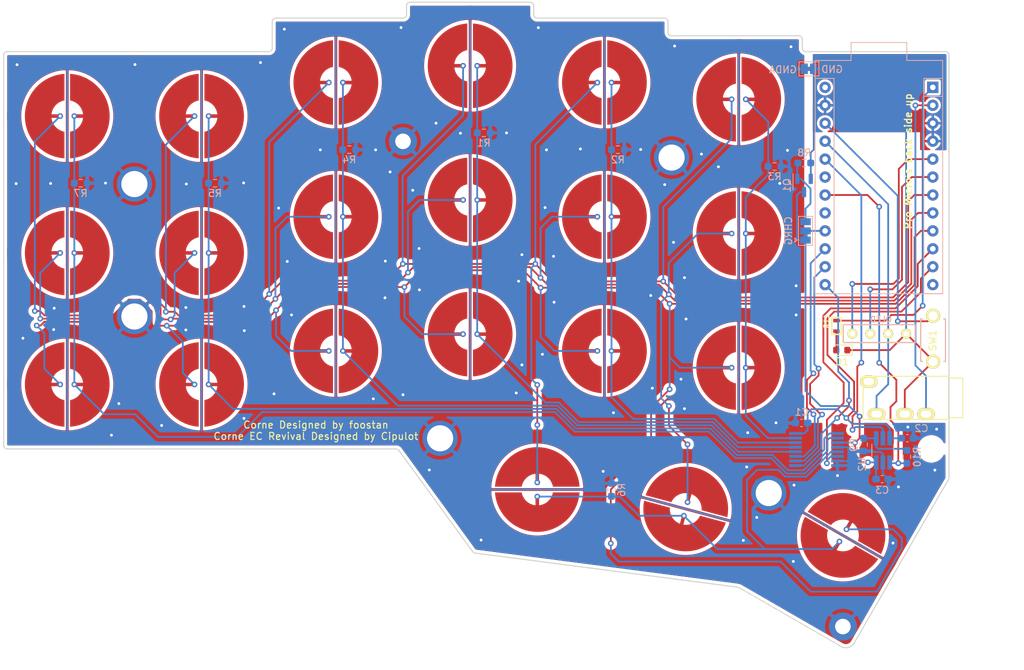
<source format=kicad_pcb>
(kicad_pcb (version 20211014) (generator pcbnew)
  (title_block (title "Corne EC Revival") (date "2022-01-28") (rev "1.0") (comment 1 "Copyright © 2021 Cipulot") (comment 2 "MIT License"))
  (layers (0 "F.Cu" signal) (31 "B.Cu" signal) (34 "B.Paste" user) (35 "F.Paste" user) (36 "B.SilkS" user "B.Silkscreen") (37 "F.SilkS" user "F.Silkscreen") (38 "B.Mask" user) (39 "F.Mask" user) (44 "Edge.Cuts" user))
  (net 0 "")
  (net 1 "GNDA")
  (net 2 "ROW0")
  (net 3 "COL0")
  (net 4 "ROW1")
  (net 5 "ROW2")
  (net 6 "COL1")
  (net 7 "COL2")
  (net 8 "COL4")
  (net 9 "COL5")
  (net 10 "COL6")
  (net 11 "+5V")
  (net 12 "Net-(C3-Pad1)")
  (net 13 "GND")
  (net 14 "Net-(D1-Pad2)")
  (net 15 "SDA")
  (net 16 "SCL")
  (net 17 "Net-(JP1-Pad3)")
  (net 18 "CHARGE_RST")
  (net 19 "Net-(R10-Pad1)")
  (net 20 "ADC")
  (net 21 "LED")
  (net 22 "RESET")
  (net 23 "OPAMP_SHDN")
  (net 24 "DATA")
  (net 25 "COL_EN")
  (net 26 "CSEL2")
  (net 27 "CSEL1")
  (net 28 "CSEL0")
  (net 33 "COL3")
  (net 34 "VCC")
  (footprint "cipulot_parts:OLED_Small" (layer "F.Cu") (at 195.86426 89.5202 180)
    (fp_text reference "J1" hide)
    (fp_text value "OLED" hide)
  )
  (footprint "cipulot_parts:ecs_pad" (layer "F.Cu") (at 147.5236 111.5962 90)
    (fp_text reference "SW20" hide)
    (fp_text value "EC_SW" hide)
  )
  (footprint "" (layer "F.Cu") (at 188.7736 97.3462)
    (fp_text reference "")
    (fp_text value "")
  )
  (footprint "cipulot_parts:MountingHole_3.7mm_Pad_TopBottom" (layer "F.Cu") (at 133.7736 104.3462)
    (fp_text reference "REF**" hide)
    (fp_text value "MountingHole_3.7mm_Pad_TopBottom" hide)
  )
  (footprint "cipulot_parts:ecs_pad" (layer "F.Cu") (at 119.0236 72.9712 180)
    (fp_text reference "SWe" hide)
    (fp_text value "EC_SW" hide)
  )
  (footprint "cipulot_parts:ecs_pad" (layer "F.Cu") (at 176.0236 94.3462 180)
    (fp_text reference "SW19" hide)
    (fp_text value "EC_SW" hide)
  )
  (footprint "cipulot_parts:ecs_pad" (layer "F.Cu") (at 100.0236 96.7212 180)
    (fp_text reference "SWe" hide)
    (fp_text value "EC_SW" hide)
  )
  (footprint "cipulot_parts:MountingHole_3.7mm_Pad_TopBottom" (layer "F.Cu") (at 180.2736 112.0962)
    (fp_text reference "REF**" hide)
    (fp_text value "MountingHole_3.7mm_Pad_TopBottom" hide)
  )
  (footprint "cipulot_parts:ecs_pad" (layer "F.Cu") (at 119.0236 91.9712 180)
    (fp_text reference "SW10" hide)
    (fp_text value "EC_SW" hide)
  )
  (footprint "cipulot_parts:ecs_pad" (layer "F.Cu") (at 157.0236 53.9712 180)
    (fp_text reference "SW14" hide)
    (fp_text value "EC_SW" hide)
  )
  (footprint "cipulot_parts:MountingHole_3.7mm_Pad_TopBottom" (layer "F.Cu") (at 166.5236 64.5962)
    (fp_text reference "REF**" hide)
    (fp_text value "MountingHole_3.7mm_Pad_TopBottom" hide)
  )
  (footprint "cipulot_parts:ecs_pad" (layer "F.Cu") (at 138.0236 51.5962 180)
    (fp_text reference "SW11" hide)
    (fp_text value "EC_SW" hide)
  )
  (footprint "kbd:LEGO_HOLE" (layer "F.Cu") (at 128.5236 62.2962)
    (fp_text reference "")
    (fp_text value "")
  )
  (footprint "cipulot_parts:HOLE_M2" (layer "F.Cu") (at 203.2736 105.8462)
    (fp_text reference "H22" hide)
    (fp_text value "MountingHole" hide)
  )
  (footprint "cipulot_parts:ecs_pad" (layer "F.Cu") (at 176.0236 75.3462 180)
    (fp_text reference "SW18" hide)
    (fp_text value "EC_SW" hide)
  )
  (footprint "cipulot_parts:ecs_pad" (layer "F.Cu") (at 157.0236 91.9712 180)
    (fp_text reference "SW16" hide)
    (fp_text value "EC_SW" hide)
  )
  (footprint "cipulot_parts:ecs_pad" (layer "F.Cu") (at 100.0236 78.09494 180)
    (fp_text reference "SW6" hide)
    (fp_text value "EC_SW" hide)
  )
  (footprint "Diode_SMD:D_0603_1608Metric" (layer "F.Cu") (at 190.6042 91.857 180)
    (fp_text reference "D1")
    (fp_text value "LED" hide)
  )
  (footprint "cipulot_parts:ecs_pad" (layer "F.Cu") (at 190.7736 118.0962 60)
    (fp_text reference "SW22" hide)
    (fp_text value "EC_SW" hide)
  )
  (footprint "cipulot_parts:ecs_pad" (layer "F.Cu") (at 176.0236 56.3462 180)
    (fp_text reference "SW17" hide)
    (fp_text value "EC_SW" hide)
  )
  (footprint "kbd:LEGO_HOLE" (layer "F.Cu") (at 190.7625 131)
    (fp_text reference "")
    (fp_text value "")
  )
  (footprint "cipulot_parts:ecs_pad" (layer "F.Cu") (at 100.0236 58.7212 180)
    (fp_text reference "SW5" hide)
    (fp_text value "EC_SW" hide)
  )
  (footprint "cipulot_parts:ecs_pad" (layer "F.Cu") (at 138.0236 70.5962 180)
    (fp_text reference "SW12" hide)
    (fp_text value "EC_SW" hide)
  )
  (footprint "cipulot_parts:R_0603" (layer "F.Cu") (at 189.8422 88.428 -90)
    (fp_text reference "R11")
    (fp_text value "R" hide)
  )
  (footprint "cipulot_parts:ecs_pad" (layer "F.Cu") (at 168.5236 114.3462 75)
    (fp_text reference "SW21" hide)
    (fp_text value "EC_SW" hide)
  )
  (footprint "cipulot_parts:ecs_pad" (layer "F.Cu") (at 81.0236 96.7212 180)
    (fp_text reference "SW4" hide)
    (fp_text value "EC_SW" hide)
  )
  (footprint "cipulot_parts:MountingHole_3.7mm_Pad_TopBottom" (layer "F.Cu") (at 90.5236 87.0962)
    (fp_text reference "REF**" hide)
    (fp_text value "MountingHole_3.7mm_Pad_TopBottom" hide)
  )
  (footprint "cipulot_parts:SW_3.5x6.0_TH" (layer "F.Cu") (at 203.475 90.475 -90)
    (fp_text reference "SW1")
    (fp_text value "SW_Push")
  )
  (footprint "cipulot_parts:ecs_pad" (layer "F.Cu") (at 138.0236 89.5962 180)
    (fp_text reference "SW13" hide)
    (fp_text value "EC_SW" hide)
  )
  (footprint "cipulot_parts:ecs_pad" (layer "F.Cu") (at 81.0236 58.7212 180)
    (fp_text reference "SW2" hide)
    (fp_text value "EC_SW" hide)
  )
  (footprint "cipulot_parts:ecs_pad" (layer "F.Cu") (at 119.0236 53.9712 180)
    (fp_text reference "SW8" hide)
    (fp_text value "EC_SW" hide)
  )
  (footprint "cipulot_parts:TRRS-PJ-320A-no-Fmask" (layer "F.Cu") (at 205.7223 98.6134 -90)
    (fp_text reference "J2")
    (fp_text value "MJ-4PP-9")
  )
  (footprint "cipulot_parts:ecs_pad" (layer "F.Cu") (at 81.0236 78.09494 180)
    (fp_text reference "SW3" hide)
    (fp_text value "EC_SW" hide)
  )
  (footprint "cipulot_parts:ecs_pad" (layer "F.Cu") (at 157.0236 72.9712 180)
    (fp_text reference "SW15" hide)
    (fp_text value "EC_SW" hide)
  )
  (footprint "cipulot_parts:MountingHole_3.7mm_Pad_TopBottom" (layer "F.Cu") (at 90.5236 68.3462)
    (fp_text reference "REF**" hide)
    (fp_text value "MountingHole_3.7mm_Pad_TopBottom" hide)
  )
  (footprint "cipulot_parts:R_0603_1608Metric_Pad0.98x0.95mm_HandSolder" (layer "B.Cu") (at 158.925 63.4712)
    (fp_text reference "R2")
    (fp_text value "100k")
  )
  (footprint "cipulot_parts:R_0603_1608Metric_Pad0.98x0.95mm_HandSolder" (layer "B.Cu") (at 139.95 61.0962)
    (fp_text reference "R1")
    (fp_text value "100k")
  )
  (footprint "Jumper:SolderJumper-3_P1.3mm_Bridged12_Pad1.0x1.5mm" (layer "B.Cu") (at 185.4734 74.97328 90)
    (fp_text reference "JP1" hide)
    (fp_text value "Jumper_3_Bridged12" hide)
  )
  (footprint "cipulot_parts:R_0603_1608Metric_Pad0.98x0.95mm_HandSolder" (layer "B.Cu") (at 181.1 65.85)
    (fp_text reference "R3")
    (fp_text value "100k")
  )
  (footprint "Jumper:SolderJumper-2_P1.3mm_Bridged_Pad1.0x1.5mm" (layer "B.Cu") (at 185.956 52.0298)
    (fp_text reference "JP2" hide)
    (fp_text value "Jumper_NC_Small" hide)
  )
  (footprint "cipulot_parts:Sparkfun_Pro_Micro" (layer "B.Cu") (at 188.24426 82.59328)
    (fp_text reference "U3" hide)
    (fp_text value "ProMicro")
  )
  (footprint "cipulot_parts:R_0603_1608Metric_Pad0.98x0.95mm_HandSolder" (layer "B.Cu") (at 158.0236 111.6436 90)
    (fp_text reference "R6")
    (fp_text value "100k")
  )
  (footprint "cipulot_parts:TSSOP16" (layer "B.Cu") (at 187.0228 105.9286 -90)
    (fp_text reference "U1")
    (fp_text value "74HC4051")
  )
  (footprint "cipulot_parts:R_0603_1608Metric_Pad0.98x0.95mm_HandSolder" (layer "B.Cu") (at 199.825 106.975 -90)
    (fp_text reference "R10")
    (fp_text value "22k" hide)
  )
  (footprint "Package_TO_SOT_SMD:TSOT-23-6_HandSoldering" (layer "B.Cu") (at 196.4208 106.0556 90)
    (fp_text reference "U2")
    (fp_text value "LTC6255" hide)
  )
  (footprint "cipulot_parts:R_0603_1608Metric_Pad0.98x0.95mm_HandSolder" (layer "B.Cu") (at 101.925 68.2212)
    (fp_text reference "R5")
    (fp_text value "100k")
  )
  (footprint "cipulot_parts:R_0603_1608Metric_Pad0.98x0.95mm_HandSolder" (layer "B.Cu") (at 185.2956 65.3648)
    (fp_text reference "R8")
    (fp_text value "100k" hide)
  )
  (footprint "cipulot_parts:R_0603_1608Metric_Pad0.98x0.95mm_HandSolder" (layer "B.Cu") (at 193.7 105.25 90)
    (fp_text reference "R9")
    (fp_text value "1k" hide)
  )
  (footprint "cipulot_parts:C_0603_1608Metric_Pad1.08x0.95mm_HandSolder" (layer "B.Cu") (at 184.9146 102.1694)
    (fp_text reference "C1")
    (fp_text value "0.1u" hide)
  )
  (footprint "Package_TO_SOT_SMD:SOT-23" (layer "B.Cu") (at 185.2702 68.5398 -90)
    (fp_text reference "Q1")
    (fp_text value "Q_NMOS_GSD" hide)
  )
  (footprint "cipulot_parts:C_0603_1608Metric_Pad1.08x0.95mm_HandSolder" (layer "B.Cu") (at 199.875 104.325)
    (fp_text reference "C2")
    (fp_text value "0.1u" hide)
  )
  (footprint "cipulot_parts:R_0603_1608Metric_Pad0.98x0.95mm_HandSolder" (layer "B.Cu") (at 120.925 63.4712)
    (fp_text reference "R4")
    (fp_text value "100k")
  )
  (footprint "cipulot_parts:C_0603_1608Metric_Pad1.08x0.95mm_HandSolder" (layer "B.Cu") (at 196.325 110.125)
    (fp_text reference "C3")
    (fp_text value "220p" hide)
  )
  (footprint "cipulot_parts:R_0603_1608Metric_Pad0.98x0.95mm_HandSolder" (layer "B.Cu") (at 82.925 68.2212)
    (fp_text reference "R7")
    (fp_text value "100k")
  )
  (gr_line (start 185.0236 47.8462) (end 185.0236 49.0962) (layer "Edge.Cuts") (width 0.15))
  (gr_line (start 205.2736 49.5962) (end 185.5236 49.5962) (layer "Edge.Cuts") (width 0.15))
  (gr_arc (start 72.537498 105.850008) (mid 72.174741 105.706031) (end 72.0236 105.3462) (layer "Edge.Cuts") (width 0.15))
  (gr_arc (start 72.0236 50.0962) (mid 72.170047 49.742647) (end 72.5236 49.5962) (layer "Edge.Cuts") (width 0.15))
  (gr_arc (start 184.5236 47.3462) (mid 184.877153 47.492647) (end 185.0236 47.8462) (layer "Edge.Cuts") (width 0.15))
  (gr_arc (start 185.5236 49.5962) (mid 185.170047 49.449753) (end 185.0236 49.0962) (layer "Edge.Cuts") (width 0.15))
  (gr_arc (start 110.0236 49.0962) (mid 109.877153 49.449753) (end 109.5236 49.5962) (layer "Edge.Cuts") (width 0.15))
  (gr_arc (start 205.2736 49.5962) (mid 205.627153 49.742647) (end 205.7736 50.0962) (layer "Edge.Cuts") (width 0.15))
  (gr_line (start 205.7736 50.0962) (end 205.7736 110.0962) (layer "Edge.Cuts") (width 0.15))
  (gr_arc (start 110.0236 45.3462) (mid 110.170047 44.992647) (end 110.5236 44.8462) (layer "Edge.Cuts") (width 0.15))
  (gr_arc (start 129.0236 43.0962) (mid 129.170047 42.742647) (end 129.5236 42.5962) (layer "Edge.Cuts") (width 0.15))
  (gr_arc (start 146.5236 42.5962) (mid 146.877153 42.742647) (end 147.0236 43.0962) (layer "Edge.Cuts") (width 0.15))
  (gr_arc (start 129.0236 44.3462) (mid 128.877153 44.699753) (end 128.5236 44.8462) (layer "Edge.Cuts") (width 0.15))
  (gr_arc (start 147.5236 44.8462) (mid 147.170047 44.699753) (end 147.0236 44.3462) (layer "Edge.Cuts") (width 0.15))
  (gr_arc (start 165.5236 44.8462) (mid 165.877153 44.992647) (end 166.0236 45.3462) (layer "Edge.Cuts") (width 0.15))
  (gr_arc (start 166.5236 47.3462) (mid 166.170047 47.199753) (end 166.0236 46.8462) (layer "Edge.Cuts") (width 0.15))
  (gr_line (start 89.5236 49.5962) (end 72.5236 49.5962) (layer "Edge.Cuts") (width 0.15))
  (gr_line (start 72.0236 50.0962) (end 72.0236 105.3462) (layer "Edge.Cuts") (width 0.15))
  (gr_line (start 166.0236 46.8462) (end 166.0236 45.3462) (layer "Edge.Cuts") (width 0.15))
  (gr_line (start 129.0236 43.0962) (end 129.0236 44.3462) (layer "Edge.Cuts") (width 0.15))
  (gr_line (start 146.5236 42.5962) (end 129.5236 42.5962) (layer "Edge.Cuts") (width 0.15))
  (gr_line (start 147.0236 44.3462) (end 147.0236 43.0962) (layer "Edge.Cuts") (width 0.15))
  (gr_line (start 110.0236 45.3462) (end 110.0236 49.0962) (layer "Edge.Cuts") (width 0.15))
  (gr_line (start 184.5236 47.3462) (end 166.5236 47.3462) (layer "Edge.Cuts") (width 0.15))
  (gr_line (start 165.5236 44.8462) (end 147.5236 44.8462) (layer "Edge.Cuts") (width 0.15))
  (gr_line (start 109.5236 49.5962) (end 91.5236 49.5962) (layer "Edge.Cuts") (width 0.15))
  (gr_line (start 128.5236 44.8462) (end 110.5236 44.8462) (layer "Edge.Cuts") (width 0.15))
  (gr_line (start 138.787498 120.600008) (end 175.458054 125.370352) (layer "Edge.Cuts") (width 0.15))
  (gr_line (start 127.537498 105.850008) (end 72.537498 105.850008) (layer "Edge.Cuts") (width 0.15))
  (gr_line (start 176.112498 125.500008) (end 190.406749 133.760964) (layer "Edge.Cuts") (width 0.15))
  (gr_line (start 204.687498 111.925008) (end 205.7736 110.0962) (layer "Edge.Cuts") (width 0.15))
  (gr_line (start 127.891051 105.996455) (end 138.433945 120.453561) (layer "Edge.Cuts") (width 0.15))
  (gr_arc (start 127.537498 105.850008) (mid 127.72884 105.888068) (end 127.891051 105.996455) (layer "Edge.Cuts") (width 0.15))
  (gr_arc (start 175.458054 125.370352) (mid 175.78845 125.419157) (end 176.112498 125.500008) (layer "Edge.Cuts") (width 0.15))
  (gr_line (start 192.334761 133.381473) (end 204.687498 111.925008) (layer "Edge.Cuts") (width 0.15))
  (gr_arc (start 138.787498 120.600008) (mid 138.596156 120.561948) (end 138.433945 120.453561) (layer "Edge.Cuts") (width 0.15))
  (gr_line (start 89.5236 49.5962) (end 91.5236 49.5962) (layer "Edge.Cuts") (width 0.15))
  (gr_arc (start 192.334761 133.381473) (mid 191.449567 133.971625) (end 190.406749 133.760964) (layer "Edge.Cuts") (width 0.15))
  (gr_text "OLED" (at 196.14674 87.50512) (layer "B.SilkS") (effects (font (size 0.8128 0.8128)) (justify mirror)))
  (gr_text "CHRG" (at 183.0625 74.95048 90) (layer "B.SilkS") (effects (font (size 1 1)) (justify mirror)))
  (gr_text "GND" (at 189.2375 52.10048) (layer "B.SilkS") (effects (font (size 1 1)) (justify mirror)))
  (gr_text "GNDA" (at 182.2875 52.15048) (layer "B.SilkS") (effects (font (size 1 1)) (justify mirror)))
  (gr_text "Corne Designed by foostan\nCorne EC Revival Designed by Cipulot" (at 116.2 103.25) (layer "F.SilkS") (effects (font (size 1 1))))
  (gr_text "Pro Micro's back side up" (at 200.0125 65.12548 90) (layer "F.SilkS") (effects (font (size 1 1) (thickness 0.2))))
  (segment (start 165.85 98.85) (end 164.8 99.9) (width 0.25) (layer "F.Cu") (net 1))
  (segment (start 164.8 99.9) (end 164.8 104.525) (width 0.25) (layer "F.Cu") (net 1))
  (segment (start 167.525 98.85) (end 165.85 98.85) (width 0.25) (layer "F.Cu") (net 1))
  (via (at 158.3 100.725) (size 0.8) (drill 0.4) (layers "F.Cu" "B.Cu") (net 1))
  (via (at 97.8 89) (size 0.8) (drill 0.4) (layers "F.Cu" "B.Cu") (net 1))
  (via (at 97.8688 68.3366) (size 0.8) (drill 0.4) (layers "F.Cu" "B.Cu") (net 1))
  (via (at 97.8 85.825) (size 0.8) (drill 0.4) (layers "F.Cu" "B.Cu") (net 1))
  (via (at 177.15 108.4) (size 0.8) (drill 0.4) (layers "F.Cu" "B.Cu") (net 1))
  (via (at 199.95 102.75) (size 0.8) (drill 0.4) (layers "F.Cu" "B.Cu") (net 1))
  (via (at 168.35 81.6) (size 0.8) (drill 0.4) (layers "F.Cu" "B.Cu") (net 1))
  (via (at 163.575 84.125) (size 0.8) (drill 0.4) (layers "F.Cu" "B.Cu") (net 1))
  (via (at 147.675 46.2) (size 0.8) (drill 0.4) (layers "F.Cu" "B.Cu") (net 1))
  (via (at 87.275 103.9) (size 0.8) (drill 0.4) (layers "F.Cu" "B.Cu") (net 1))
  (via (at 144.875 82.1) (size 0.8) (drill 0.4) (layers "F.Cu" "B.Cu") (net 1))
  (via (at 88.325 99.425) (size 0.8) (drill 0.4) (layers "F.Cu" "B.Cu") (net 1))
  (via (at 132.25 108.825) (size 0.8) (drill 0.4) (layers "F.Cu" "B.Cu") (net 1))
  (via (at 105.9714 68.1842) (size 0.8) (drill 0.4) (layers "F.Cu" "B.Cu") (net 1))
  (via (at 130.85 83.325) (size 0.8) (drill 0.4) (layers "F.Cu" "B.Cu") (net 1))
  (via (at 165.55 68.425) (size 0.8) (drill 0.4) (layers "F.Cu" "B.Cu") (net 1))
  (via (at 106.075 89.1) (size 0.8) (drill 0.4) (layers "F.Cu" "B.Cu") (net 1))
  (via (at 184.15 86.875) (size 0.8) (drill 0.4) (layers "F.Cu" "B.Cu") (net 1))
  (via (at 116.825 63.5) (size 0.8) (drill 0.4) (layers "F.Cu" "B.Cu") (net 1))
  (via (at 125.975 84.45) (size 0.8) (drill 0.4) (layers "F.Cu" "B.Cu") (net 1))
  (via (at 184.15 82.75) (size 0.8) (drill 0.4) (layers "F.Cu" "B.Cu") (net 1))
  (via (at 181.825 68.25) (size 0.8) (drill 0.4) (layers "F.Cu" "B.Cu") (net 1))
  (via (at 145.35 78.35) (size 0.8) (drill 0.4) (layers "F.Cu" "B.Cu") (net 1))
  (via (at 130.8 77.475) (size 0.8) (drill 0.4) (layers "F.Cu" "B.Cu") (net 1))
  (via (at 148.25 92.45) (size 0.8) (drill 0.4) (layers "F.Cu" "B.Cu") (net 1))
  (via (at 126.025 79.25) (size 0.8) (drill 0.4) (layers "F.Cu" "B.Cu") (net 1))
  (via (at 149.9 85.075) (size 0.8) (drill 0.4) (layers "F.Cu" "B.Cu") (net 1))
  (via (at 73.9166 51.4456) (size 0.8) (drill 0.4) (layers "F.Cu" "B.Cu") (net 1))
  (via (at 124.65 63.5) (size 0.8) (drill 0.4) (layers "F.Cu" "B.Cu") (net 1))
  (via (at 112.15 79.3) (size 0.8) (drill 0.4) (layers "F.Cu" "B.Cu") (net 1))
  (via (at 176.675 118.8) (size 0.8) (drill 0.4) (layers "F.Cu" "B.Cu") (net 1))
  (via (at 108.359 51.1408) (size 0.8) (drill 0.4) (layers "F.Cu" "B.Cu") (net 1))
  (via (at 177.3 103.55) (size 0.8) (drill 0.4) (layers "F.Cu" "B.Cu") (net 1))
  (via (at 73.7896 68.2858) (size 0.8) (drill 0.4) (layers "F.Cu" "B.Cu") (net 1))
  (via (at 204.025 103.05) (size 0.8) (drill 0.4) (layers "F.Cu" "B.Cu") (net 1))
  (via (at 144.55 97.925) (size 0.8) (drill 0.4) (layers "F.Cu" "B.Cu") (net 1))
  (via (at 79.175 85.925) (size 0.8) (drill 0.4) (layers "F.Cu" "B.Cu") (net 1))
  (via (at 94.375 102.525) (size 0.8) (drill 0.4) (layers "F.Cu" "B.Cu") (net 1))
  (via (at 166.95 48.8) (size 0.8) (drill 0.4) (layers "F.Cu" "B.Cu") (net 1))
  (via (at 136.65 61.15) (size 0.8) (drill 0.4) (layers "F.Cu" "B.Cu") (net 1))
  (via (at 203.775 108.85) (size 0.8) (drill 0.4) (layers "F.Cu" "B.Cu") (net 1))
  (via (at 78.6664 68.2604) (size 0.8) (drill 0.4) (layers "F.Cu" "B.Cu") (net 1))
  (via (at 110.925 71.75) (size 0.8) (drill 0.4) (layers "F.Cu" "B.Cu") (net 1))
  (via (at 106.025 85.675) (size 0.8) (drill 0.4) (layers "F.Cu" "B.Cu") (net 1))
  (via (at 111.7372 46.4164) (size 0.8) (drill 0.4) (layers "F.Cu" "B.Cu") (net 1))
  (via (at 167.85 95.975) (size 0.8) (drill 0.4) (layers "F.Cu" "B.Cu") (net 1))
  (via (at 148.825 63.5) (size 0.8) (drill 0.4) (layers "F.Cu" "B.Cu") (net 1))
  (via (at 106.025 101.525) (size 0.8) (drill 0.4) (layers "F.Cu" "B.Cu") (net 1))
  (via (at 163.8 97.25) (size 0.8) (drill 0.4) (layers "F.Cu" "B.Cu") (net 1))
  (via (at 166.8 76.6) (size 0.8) (drill 0.4) (layers "F.Cu" "B.Cu") (net 1))
  (via (at 149.825 78.575) (size 0.8) (drill 0.4) (layers "F.Cu" "B.Cu") (net 1))
  (via (at 126.7 66.625) (size 0.8) (drill 0.4) (layers "F.Cu" "B.Cu") (net 1))
  (via (at 145.35 93.95) (size 0.8) (drill 0.4) (layers "F.Cu" "B.Cu") (net 1))
  (via (at 74.75 90.175) (size 0.8) (drill 0.4) (layers "F.Cu" "B.Cu") (net 1))
  (via (at 79.1 88.95) (size 0.8) (drill 0.4) (layers "F.Cu" "B.Cu") (net 1))
  (via (at 112.75 86.875) (size 0.8) (drill 0.4) (layers "F.Cu" "B.Cu") (net 1))
  (via (at 128.2472 46.1878) (size 0.8) (drill 0.4) (layers "F.Cu" "B.Cu") (net 1))
  (via (at 156.85 109.025) (size 0.8) (drill 0.4) (layers "F.Cu" "B.Cu") (net 1))
  (via (at 182.925 63.575) (size 0.8) (drill 0.4) (layers "F.Cu" "B.Cu") (net 1))
  (via (at 128.525 98.175) (size 0.8) (drill 0.4) (layers "F.Cu" "B.Cu") (net 1))
  (via (at 168.35 100.15) (size 0.8) (drill 0.4) (layers "F.Cu" "B.Cu") (net 1))
  (via (at 170.75 64.1) (size 0.8) (drill 0.4) (layers "F.Cu" "B.Cu") (net 1))
  (via (at 86.4388 68.2096) (size 0.8) (drill 0.4) (layers "F.Cu" "B.Cu") (net 1))
  (via (at 183.425 48.9) (size 0.8) (drill 0.4) (layers "F.Cu" "B.Cu") (net 1))
  (via (at 90.6044 51.4202) (size 0.8) (drill 0.4) (layers "F.Cu" "B.Cu") (net 1))
  (via (at 148.625 71.675) (size 0.8) (drill 0.4) (layers "F.Cu" "B.Cu") (net 1))
  (via (at 153.625 63.375) (size 0.8) (drill 0.4) (layers "F.Cu" "B.Cu") (net 1))
  (via (at 143.175 61.1) (size 0.8) (drill 0.4) (layers "F.Cu" "B.Cu") (net 1))
  (via (at 197.85 119.175) (size 0.8) (drill 0.4) (layers "F.Cu" "B.Cu") (net 1))
  (via (at 129.9 69.225) (size 0.8) (drill 0.4) (layers "F.Cu" "B.Cu") (net 1))
  (via (at 139.575 118.75) (size 0.8) (drill 0.4) (layers "F.Cu" "B.Cu") (net 1))
  (via (at 133.2 59.725) (size 0.8) (drill 0.4) (layers "F.Cu" "B.Cu") (net 1))
  (via (at 198.625 111.225) (size 0.8) (drill 0.4) (layers "F.Cu" "B.Cu") (net 1))
  (via (at 183.85 110.975) (size 0.8) (drill 0.4) (layers "F.Cu" "B.Cu") (net 1))
  (via (at 178.575 115.55) (size 0.8) (drill 0.4) (layers "F.Cu" "B.Cu") (net 1))
  (via (at 124.325 98.75) (size 0.8) (drill 0.4) (layers "F.Cu" "B.Cu") (net 1))
  (via (at 190 109.625) (size 0.8) (drill 0.4) (layers "F.Cu" "B.Cu") (net 1))
  (via (at 181.3 102.15) (size 0.8) (drill 0.4) (layers "F.Cu" "B.Cu") (net 1))
  (via (at 110.275 98.05) (size 0.8) (drill 0.4) (layers "F.Cu" "B.Cu") (net 1))
  (via (at 168.575 87.45) (size 0.8) (drill 0.4) (layers "F.Cu" "B.Cu") (net 1))
  (via (at 173.15 65.9) (size 0.8) (drill 0.4) (layers "F.Cu" "B.Cu") (net 1))
  (via (at 162.15 63.45) (size 0.8) (drill 0.4) (layers "F.Cu" "B.Cu") (net 1))
  (via (at 183.75 121.775) (size 0.8) (drill 0.4) (layers "F.Cu" "B.Cu") (net 1))
  (segment (start 193.7 106.1625) (end 193.81202 106.27452) (width 0.25) (layer "B.Cu") (net 1))
  (segment (start 157.025 98.775) (end 157.025 46.55) (width 0.25) (layer "B.Cu") (net 1))
  (segment (start 191.5731 108.2019) (end 189.99714 108.2019) (width 0.25) (layer "B.Cu") (net 1))
  (segment (start 100.025 103.4) (end 100.025 51.25) (width 0.25) (layer "B.Cu") (net 1))
  (segment (start 196.4208 106.5958) (end 196.4208 107.7656) (width 0.25) (layer "B.Cu") (net 1))
  (segment (start 196.4208 107.7656) (end 196.4208 109.3583) (width 0.25) (layer "B.Cu") (net 1))
  (segment (start 191.825 107.95) (end 191.5731 108.2019) (width 0.25) (layer "B.Cu") (net 1))
  (segment (start 119.025 98.775) (end 119.025 46.575) (width 0.25) (layer "B.Cu") (net 1))
  (segment (start 191.825 105.975) (end 191.825 107.95) (width 0.25) (layer "B.Cu") (net 1))
  (segment (start 140.075 111.6) (end 154.75 111.6) (width 0.25) (layer "B.Cu") (net 1))
  (segment (start 191.45602 105.60602) (end 191.825 105.975) (width 0.25) (layer "B.Cu") (net 1))
  (segment (start 176.025 101.175) (end 176.025 48.95) (width 0.25) (layer "B.Cu") (net 1))
  (segment (start 189.99714 107.55166) (end 191.82334 107.55166) (width 0.25) (layer "B.Cu") (net 1))
  (segment (start 196.4208 109.3583) (end 197.1875 110.125) (width 0.25) (layer "B.Cu") (net 1))
  (segment (start 193.81202 106.27452) (end 196.09952 106.27452) (width 0.25) (layer "B.Cu") (net 1))
  (segment (start 138.025 96.3) (end 138.025 44.125) (width 0.25) (layer "B.Cu") (net 1))
  (segment (start 196.09952 106.27452) (end 196.4208 106.5958) (width 0.25) (layer "B.Cu") (net 1))
  (segment (start 81.025 104.125) (end 81.025 51.15) (width 0.25) (layer "B.Cu") (net 1))
  (segment (start 196.55 121.425) (end 184.125 114.25) (width 0.25) (layer "B.Cu") (net 1))
  (segment (start 175.65 116.25) (end 161.325 112.425) (width 0.25) (layer "B.Cu") (net 1))
  (segment (start 189.99714 105.60602) (end 191.45602 105.60602) (width 0.25) (layer "B.Cu") (net 1))
  (segment (start 77.80048 86.95048) (end 85.12452 86.95048) (width 0.25) (layer "F.Cu") (net 2))
  (segment (start 94.975 86.425) (end 96.249614 86.425) (width 0.25) (layer "F.Cu") (net 2))
  (segment (start 147.25096 79.65096) (end 128.49904 79.65096) (width 0.25) (layer "F.Cu") (net 2))
  (segment (start 200.00192 70.77308) (end 200.88172 69.89328) (width 0.25) (layer "F.Cu") (net 2))
  (segment (start 94.975 86.028565) (end 94.975 86.425) (width 0.25) (layer "F.Cu") (net 2))
  (segment (start 106.57404 86.95096) (end 109.6 83.925) (width 0.25) (layer "F.Cu") (net 2))
  (segment (start 147.5236 110.5962) (end 147.5236 108.22074) (width 0.25) (layer "F.Cu") (net 2))
  (segment (start 165.34952 82.12548) (end 149.72548 82.12548) (width 0.25) (layer "F.Cu") (net 2))
  (segment (start 175.0236 56.3462) (end 172.89814 56.3462) (width 0.25) (layer "F.Cu") (net 2))
  (segment (start 89.075 83) (end 91.946435 83) (width 0.25) (layer "F.Cu") (net 2))
  (segment (start 200.00192 82.255208) (end 200.00192 70.77308) (width 0.25) (layer "F.Cu") (net 2))
  (segment (start 197.856168 84.40096) (end 200.00192 82.255208) (width 0.25) (layer "F.Cu") (net 2))
  (segment (start 137.0236 51.5962) (end 134.51358 51.5962) (width 0.25) (layer "F.Cu") (net 2))
  (segment (start 167.62596 84.40096) (end 197.856168 84.40096) (width 0.25) (layer "F.Cu") (net 2))
  (segment (start 95.45858 58.7212) (end 99.0236 58.7212) (width 0.25) (layer "F.Cu") (net 2))
  (segment (start 85.12452 86.95048) (end 89.075 83) (width 0.25) (layer "F.Cu") (net 2))
  (segment (start 96.249614 86.425) (end 96.775574 86.95096) (width 0.25) (layer "F.Cu") (net 2))
  (segment (start 165.35 82.125) (end 165.34952 82.12548) (width 0.25) (layer "F.Cu") (net 2))
  (segment (start 165.35 82.125) (end 167.62596 84.40096) (width 0.25) (layer "F.Cu") (net 2))
  (segment (start 126.12404 82.02596) (end 111.49904 82.02596) (width 0.25) (layer "F.Cu") (net 2))
  (segment (start 96.775574 86.95096) (end 106.57404 86.95096) (width 0.25) (layer "F.Cu") (net 2))
  (segment (start 118.0236 53.9712) (end 115.35858 53.9712) (width 0.25) (layer "F.Cu") (net 2))
  (segment (start 77.175 86.325) (end 77.80048 86.95048) (width 0.25) (layer "F.Cu") (net 2))
  (segment (start 147.525 102.45) (end 147.525 96.775) (width 0.25) (layer "F.Cu") (net 2))
  (segment (start 91.946435 83) (end 94.975 86.028565) (width 0.25) (layer "F.Cu") (net 2))
  (segment (start 111.49904 82.02596) (end 109.6 83.925) (width 0.25) (layer "F.Cu") (net 2))
  (segment (start 76.425 86.325) (end 77.175 86.325) (width 0.25) (layer "F.Cu") (net 2))
  (segment (start 149.72548 82.12548) (end 147.25096 79.65096) (width 0.25) (layer "F.Cu") (net 2))
  (segment (start 200.88172 69.89328) (end 203.48426 69.89328) (width 0.25) (layer "F.Cu") (net 2))
  (segment (start 80.0236 58.7212) (end 77.98858 58.7212) (width 0.25) (layer "F.Cu") (net 2))
  (segment (start 156.0236 53.9712) (end 154.00314 53.9712) (width 0.25) (layer "F.Cu") (net 2))
  (segment (start 128.49904 79.65096) (end 126.12404 82.02596) (width 0.25) (layer "F.Cu") (net 2))
  (via (at 165.35 82.125) (size 0.8) (drill 0.4) (layers "F.Cu" "B.Cu") (net 2))
  (via (at 99.0236 58.7212) (size 0.8) (drill 0.4) (layers "F.Cu" "B.Cu") (net 2))
  (via (at 147.25096 79.65096) (size 0.8) (drill 0.4) (layers "F.Cu" "B.Cu") (net 2))
  (via (at 156.0236 53.9712) (size 0.8) (drill 0.4) (layers "F.Cu" "B.Cu") (net 2))
  (via (at 76.425 86.325) (size 0.8) (drill 0.4) (layers "F.Cu" "B.Cu") (net 2))
  (via (at 80.0236 58.7212) (size 0.8) (drill 0.4) (layers "F.Cu" "B.Cu") (net 2))
  (via (at 94.975 86.425) (size 0.8) (drill 0.4) (layers "F.Cu" "B.Cu") (net 2))
  (via (at 175.0236 56.3462) (size 0.8) (drill 0.4) (layers "F.Cu" "B.Cu") (net 2))
  (via (at 128.49904 79.65096) (size 0.8) (drill 0.4) (layers "F.Cu" "B.Cu") (net 2))
  (via (at 118.0236 53.9712) (size 0.8) (drill 0.4) (layers "F.Cu" "B.Cu") (net 2))
  (via (at 147.525 96.775) (size 0.8) (drill 0.4) (layers "F.Cu" "B.Cu") (net 2))
  (via (at 147.525 102.45) (size 0.8) (drill 0.4) (layers "F.Cu" "B.Cu") (net 2))
  (via (at 137.0236 51.5962) (size 0.8) (drill 0.4) (layers "F.Cu" "B.Cu") (net 2))
  (via (at 109.6 83.925) (size 0.8) (drill 0.4) (layers "F.Cu" "B.Cu") (net 2))
  (via (at 147.5236 110.5962) (size 0.8) (drill 0.4) (layers "F.Cu" "B.Cu") (net 2))
  (segment (start 109.6 62.4) (end 109.6 83.925) (width 0.25) (layer "B.Cu") (net 2))
  (segment (start 111.4875 60.5125) (end 111.25 60.75) (width 0.25) (layer "B.Cu") (net 2))
  (segment (start 146.675 95.925) (end 147.525 96.775) (width 0.25) (layer "B.Cu") (net 2))
  (segment (start 165.35 71.6) (end 175.0236 61.9264) (width 0.25) (layer "B.Cu") (net 2))
  (segment (start 128.475 79.62692) (end 128.49904 79.65096) (width 0.25) (layer "B.Cu") (net 2))
  (segment (start 147.25 79.65) (end 147.25096 79.65096) (width 0.25) (layer "B.Cu") (net 2))
  (segment (start 147.25096 79.65096) (end 146.675 80.22692) (width 0.25) (layer "B.Cu") (net 2))
  (segment (start 99.0236 58.7212) (end 99.0236 58.7264) (width 0.25) (layer "B.Cu") (net 2))
  (segment (start 94.975 64.025) (end 94.975 86) (width 0.25) (layer "B.Cu") (net 2))
  (segment (start 175.0236 61.9264) (end 175.0236 56.3462) (width 0.25) (layer "B.Cu") (net 2))
  (segment (start 99.0236 58.7264) (end 96.1 61.65) (width 0.25) (layer "B.Cu") (net 2))
  (segment (start 76.425 86.325) (end 76.4312 86.3188) (width 0.25) (layer "B.Cu") (net 2))
  (segment (start 147.25 62.75) (end 147.25 79.65) (width 0.25) (layer "B.Cu") (net 2))
  (segment (start 156.0236 53.9764) (end 147.25 62.75) (width 0.25) (layer "B.Cu") (net 2))
  (segment (start 147.5236 102.4514) (end 147.5236 110.5962) (width 0.25) (layer "B.Cu") (net 2))
  (segment (start 137.0236 58.6264) (end 128.475 67.175) (width 0.25) (layer "B.Cu") (net 2))
  (segment (start 146.675 80.22692) (end 146.675 95.925) (width 0.25) (layer "B.Cu") (net 2))
  (segment (start 76.4312 86.3188) (end 76.4312 62.3136) (width 0.25) (layer "B.Cu") (net 2))
  (segment (start 96.1 61.65) (end 94.975 62.775) (width 0.25) (layer "B.Cu") (net 2))
  (segment (start 137.0236 51.5962) (end 137.0236 58.6264) (width 0.25) (layer "B.Cu") (net 2))
  (segment (start 76.4312 62.3136) (end 80.0236 58.7212) (width 0.25) (layer "B.Cu") (net 2))
  (segment (start 156.0236 53.9712) (end 156.0236 53.9764) (width 0.25) (layer "B.Cu") (net 2))
  (segment (start 118.0236 53.9764) (end 111.4875 60.5125) (width 0.25) (layer "B.Cu") (net 2))
  (segment (start 147.525 102.45) (end 147.5236 102.4514) (width 0.25) (layer "B.Cu") (net 2))
  (segment (start 128.475 67.175) (end 128.475 79.62692) (width 0.25) (layer "B.Cu") (net 2))
  (segment (start 118.0236 53.9712) (end 118.0236 53.9764) (width 0.25) (layer "B.Cu") (net 2))
  (segment (start 94.975 86) (end 94.975 86.425) (width 0.25) (layer "B.Cu") (net 2))
  (segment (start 94.975 62.775) (end 94.975 64.025) (width 0.25) (layer "B.Cu") (net 2))
  (segment (start 111.4875 60.5125) (end 109.6 62.4) (width 0.25) (layer "B.Cu") (net 2))
  (segment (start 165.35 82.125) (end 165.35 71.6) (width 0.25) (layer "B.Cu") (net 2))
  (segment (start 82.0236 58.7212) (end 84.52314 58.7212) (width 0.25) (layer "F.Cu") (net 3))
  (segment (start 82.0236 96.7212) (end 84.64858 96.7212) (width 0.25) (layer "F.Cu") (net 3))
  (segment (start 82.0236 78.09494) (end 84.1394 78.09494) (width 0.25) (layer "F.Cu") (net 3))
  (via (at 82.0236 96.7212) (size 0.8) (drill 0.4) (layers "F.Cu" "B.Cu") (net 3))
  (via (at 82.0236 58.7212) (size 0.8) (drill 0.4) (layers "F.Cu" "B.Cu") (net 3))
  (via (at 82.0236 78.09494) (size 0.8) (drill 0.4) (layers "F.Cu" "B.Cu") (net 3))
  (segment (start 188.575 106.128564) (end 185.378084 109.32548) (width 0.25) (layer "B.Cu") (net 3))
  (segment (start 175.57522 107.15022) (end 171.825 103.4) (width 0.25) (layer "B.Cu") (net 3))
  (segment (start 171.825 103.4) (end 152.800001 103.4) (width 0.25) (layer "B.Cu") (net 3))
  (segment (start 105.075 104.15) (end 93.85 104.15) (width 0.25) (layer "B.Cu") (net 3))
  (segment (start 93.85 104.15) (end 90.625 100.925) (width 0.25) (layer "B.Cu") (net 3))
  (segment (start 86.225 100.925) (end 82.0236 96.7236) (width 0.25) (layer "B.Cu") (net 3))
  (segment (start 108.6 100.625) (end 105.075 104.15) (width 0.25) (layer "B.Cu") (net 3))
  (segment (start 185.378084 109.32548) (end 182.78875 109.32548) (width 0.25) (layer "B.Cu") (net 3))
  (segment (start 82.0236 58.7212) (end 82.0236 96.7212) (width 0.25) (layer "B.Cu") (net 3))
  (segment (start 188.575 104.58868) (end 188.575 106.128564) (width 0.25) (layer "B.Cu") (net 3))
  (segment (start 152.800001 103.4) (end 150.025001 100.625) (width 0.25) (layer "B.Cu") (net 3))
  (segment (start 82.0236 96.7236) (end 82.0236 96.7212) (width 0.25) (layer "B.Cu") (net 3))
  (segment (start 182.78875 109.32548) (end 180.61349 107.15022) (width 0.25) (layer "B.Cu") (net 3))
  (segment (start 90.625 100.925) (end 86.225 100.925) (width 0.25) (layer "B.Cu") (net 3))
  (segment (start 188.85814 104.30554) (end 188.575 104.58868) (width 0.25) (layer "B.Cu") (net 3))
  (segment (start 180.61349 107.15022) (end 175.57522 107.15022) (width 0.25) (layer "B.Cu") (net 3))
  (segment (start 150.025001 100.625) (end 108.6 100.625) (width 0.25) (layer "B.Cu") (net 3))
  (segment (start 189.99714 104.30554) (end 188.85814 104.30554) (width 0.25) (layer "B.Cu") (net 3))
  (segment (start 129.99952 80.10048) (end 129.225 80.875) (width 0.25) (layer "F.Cu") (net 4))
  (segment (start 85.310718 87.4) (end 77.2 87.4) (width 0.25) (layer "F.Cu") (net 4))
  (segment (start 203.48426 72.43328) (end 201.39172 72.43328) (width 0.25) (layer "F.Cu") (net 4))
  (segment (start 146.47548 80.10048) (end 129.99952 80.10048) (width 0.25) (layer "F.Cu") (net 4))
  (segment (start 198.042365 84.85048) (end 167.00048 84.85048) (width 0.25) (layer "F.Cu") (net 4))
  (segment (start 156.0236 72.9712) (end 153.02858 72.9712) (width 0.25) (layer "F.Cu") (net 4))
  (segment (start 201.39172 72.43328) (end 200.45144 73.37356) (width 0.25) (layer "F.Cu") (net 4))
  (segment (start 168.782419 113.380274) (end 168.782419 113.071921) (width 0.25) (layer "F.Cu") (net 4))
  (segment (start 166.125 83.975) (end 164.725 82.575) (width 0.25) (layer "F.Cu") (net 4))
  (segment (start 95.754746 87.40048) (end 107.67452 87.40048) (width 0.25) (layer "F.Cu") (net 4))
  (segment (start 80.0236 78.09494) (end 78.10232 78.09494) (width 0.25) (layer "F.Cu") (net 4))
  (segment (start 94.225 87.2) (end 94.225 85.914282) (width 0.25) (layer "F.Cu") (net 4))
  (segment (start 95.642413 87.512813) (end 95.754746 87.40048) (width 0.25) (layer "F.Cu") (net 4))
  (segment (start 91.760238 83.44952) (end 89.261198 83.44952) (width 0.25) (layer "F.Cu") (net 4))
  (segment (start 129.225 80.875) (end 127.62452 82.47548) (width 0.25) (layer "F.Cu") (net 4))
  (segment (start 148.95 82.575) (end 147.9875 81.6125) (width 0.25) (layer "F.Cu") (net 4))
  (segment (start 164.725 82.575) (end 148.95 82.575) (width 0.25) (layer "F.Cu") (net 4))
  (segment (start 89.261198 83.44952) (end 85.310718 87.4) (width 0.25) (layer "F.Cu") (net 4))
  (segment (start 200.45144 73.37356) (end 200.45144 82.441406) (width 0.25) (layer "F.Cu") (net 4))
  (segment (start 166.15 102.569424) (end 168.780576 105.2) (width 0.25) (layer "F.Cu") (net 4))
  (segment (start 95.642413 87.512813) (end 94.537813 87.512813) (width 0.25) (layer "F.Cu") (net 4))
  (segment (start 127.62452 82.47548) (end 112.599521 82.47548) (width 0.25) (layer "F.Cu") (net 4))
  (segment (start 200.45144 82.441406) (end 198.042365 84.85048) (width 0.25) (layer "F.Cu") (net 4))
  (segment (start 167.00048 84.85048) (end 166.125 83.975) (width 0.25) (layer "F.Cu") (net 4))
  (segment (start 94.537813 87.512813) (end 94.225 87.2) (width 0.25) (layer "F.Cu") (net 4))
  (segment (start 99.0236 78.09494) (end 96.3094 78.09494) (width 0.25) (layer "F.Cu") (net 4))
  (segment (start 107.67452 87.40048) (end 110.475 84.6) (width 0.25) (layer "F.Cu") (net 4))
  (segment (start 147.9875 81.6125) (end 146.47548 80.10048) (width 0.25) (layer "F.Cu") (net 4))
  (segment (start 166.15 99.775) (end 166.15 102.569424) (width 0.25) (layer "F.Cu") (net 4))
  (segment (start 118.0236 72.9712) (end 115.53314 72.9712) (width 0.25) (layer "F.Cu") (net 4))
  (segment (start 175.0236 75.3462) (end 173.17814 75.3462) (width 0.25) (layer "F.Cu") (net 4))
  (segment (start 94.225 85.914282) (end 91.760238 83.44952) (width 0.25) (layer "F.Cu") (net 4))
  (segment (start 112.599521 82.47548) (end 110.475 84.6) (width 0.25) (layer "F.Cu") (net 4))
  (segment (start 137.0236 70.5962) (end 135.33358 70.5962) (width 0.25) (layer "F.Cu") (net 4))
  (via (at 110.475 84.6) (size 0.8) (drill 0.4) (layers "F.Cu" "B.Cu") (net 4))
  (via (at 168.782419 113.380274) (size 0.8) (drill 0.4) (layers "F.Cu" "B.Cu") (net 4))
  (via (at 118.0236 72.9712) (size 0.8) (drill 0.4) (layers "F.Cu" "B.Cu") (net 4))
  (via (at 80.0236 78.09494) (size 0.8) (drill 0.4) (layers "F.Cu" "B.Cu") (net 4))
  (via (at 168.780576 105.2) (size 0.8) (drill 0.4) (layers "F.Cu" "B.Cu") (net 4))
  (via (at 175.0236 75.3462) (size 0.8) (drill 0.4) (layers "F.Cu" "B.Cu") (net 4))
  (via (at 77.2 87.4) (size 0.8) (drill 0.4) (layers "F.Cu" "B.Cu") (net 4))
  (via (at 99.0236 78.09494) (size 0.8) (drill 0.4) (layers "F.Cu" "B.Cu") (net 4))
  (via (at 95.642413 87.512813) (size 0.8) (drill 0.4) (layers "F.Cu" "B.Cu") (net 4))
  (via (at 156.0236 72.9712) (size 0.8) (drill 0.4) (layers "F.Cu" "B.Cu") (net 4))
  (via (at 166.125 83.975) (size 0.8) (drill 0.4) (layers "F.Cu" "B.Cu") (net 4))
  (via (at 129.225 80.875) (size 0.8) (drill 0.4) (layers "F.Cu" "B.Cu") (net 4))
  (via (at 137.0236 70.5962) (size 0.8) (drill 0.4) (layers "F.Cu" "B.Cu") (net 4))
  (via (at 166.15 99.775) (size 0.8) (drill 0.4) (layers "F.Cu" "B.Cu") (net 4))
  (via (at 147.9875 81.6125) (size 0.8) (drill 0.4) (layers "F.Cu" "B.Cu") (net 4))
  (segment (start 168.780576 105.2) (end 168.782419 105.201843) (width 0.25) (layer "B.Cu") (net 4))
  (segment (start 77.1932 80.92534) (end 80.0236 78.09494) (width 0.25) (layer "B.Cu") (net 4))
  (segment (start 170.2788 75.3462) (end 175.0236 75.3462) (width 0.25) (layer "B.Cu") (net 4))
  (segment (start 77.1932 87.3932) (end 77.1932 80.92534) (width 0.25) (layer "B.Cu") (net 4))
  (segment (start 129.223551 72.226449) (end 130.8538 70.5962) (width 0.25) (layer "B.Cu") (net 4))
  (segment (start 118.0236 72.9712) (end 112.1538 72.9712) (width 0.25) (layer "B.Cu") (net 4))
  (segment (start 149.5788 72.9712) (end 156.0236 72.9712) (width 0.25) (layer "B.Cu") (net 4))
  (segment (start 129.225 80.875) (end 129.223551 80.873551) (width 0.25) (layer "B.Cu") (net 4))
  (segment (start 112.1538 72.9712) (end 110.475 74.65) (width 0.25) (layer "B.Cu") (net 4))
  (segment (start 166.125 79.5) (end 170.2788 75.3462) (width 0.25) (layer "B.Cu") (net 4))
  (segment (start 95.642413 87.512813) (end 96.2098 86.945426) (width 0.25) (layer "B.Cu") (net 4))
  (segment (start 166.125 83.975) (end 166.125 79.5) (width 0.25) (layer "B.Cu") (net 4))
  (segment (start 166.15 99.775) (end 165.05 98.675) (width 0.25) (layer "B.Cu") (net 4))
  (segment (start 165.05 98.675) (end 165.05 85.05) (width 0.25) (layer "B.Cu") (net 4))
  (segment (start 96.2098 86.945426) (end 96.2098 80.9152) (width 0.25) (layer "B.Cu") (net 4))
  (segment (start 165.05 85.05) (end 166.125 83.975) (width 0.25) (layer "B.Cu") (net 4))
  (segment (start 147.987701 74.562299) (end 149.5788 72.9712) (width 0.25) (layer "B.Cu") (net 4))
  (segment (start 147.987701 74.562299) (end 147.987701 81.612299) (width 0.25) (layer "B.Cu") (net 4))
  (segment (start 129.223551 80.873551) (end 129.223551 72.226449) (width 0.25) (layer "B.Cu") (net 4))
  (segment (start 130.8538 70.5962) (end 137.0236 70.5962) (width 0.25) (layer "B.Cu") (net 4))
  (segment (start 96.2098 80.9152) (end 99.0402 78.0848) (width 0.25) (layer "B.Cu") (net 4))
  (segment (start 168.782419 105.201843) (end 168.782419 113.380274) (width 0.25) (layer "B.Cu") (net 4))
  (segment (start 110.475 74.65) (end 110.475 84.6) (width 0.25) (layer "B.Cu") (net 4))
  (segment (start 147.987701 81.612299) (end 147.9875 81.6125) (width 0.25) (layer "B.Cu") (net 4))
  (segment (start 77.2 87.4) (end 77.1932 87.3932) (width 0.25) (layer "B.Cu") (net 4))
  (segment (start 108.925 87.85) (end 110.5625 86.2125) (width 0.25) (layer "F.Cu") (net 5))
  (segment (start 93.725 87.9) (end 93.725 86.05) (width 0.25) (layer "F.Cu") (net 5))
  (segment (start 131.1 80.55) (end 145.525 80.55) (width 0.25) (layer "F.Cu") (net 5))
  (segment (start 200.90096 82.627604) (end 200.90096 75.87404) (width 0.25) (layer "F.Cu") (net 5))
  (segment (start 166.25 85.3) (end 163.97452 83.02452) (width 0.25) (layer "F.Cu") (net 5))
  (segment (start 156.0236 91.9712) (end 153.51314 91.9712) (width 0.25) (layer "F.Cu") (net 5))
  (segment (start 145.525 80.55) (end 147.99952 83.02452) (width 0.25) (layer "F.Cu") (net 5))
  (segment (start 137.0236 89.5962) (end 134.83814 89.5962) (width 0.25) (layer "F.Cu") (net 5))
  (segment (start 128.725 82.925) (end 131.1 80.55) (width 0.25) (layer "F.Cu") (net 5))
  (segment (start 198.228563 85.3) (end 200.90096 82.627604) (width 0.25) (layer "F.Cu") (net 5))
  (segment (start 80.0236 96.7212) (end 77.46314 96.7212) (width 0.25) (layer "F.Cu") (net 5))
  (segment (start 175.0236 94.3462) (end 172.58358 94.3462) (width 0.25) (layer "F.Cu") (net 5))
  (segment (start 96.825 87.85) (end 108.925 87.85) (width 0.25) (layer "F.Cu") (net 5))
  (segment (start 110.5625 86.2125) (end 113.85 82.925) (width 0.25) (layer "F.Cu") (net 5))
  (segment (start 191.2736 117.230175) (end 191.2736 117.07074) (width 0.25) (layer "F.Cu") (net 5))
  (segment (start 85.496916 87.84952) (end 77.775094 87.84952) (width 0.25) (layer "F.Cu") (net 5))
  (segment (start 113.85 82.925) (end 128.725 82.925) (width 0.25) (layer "F.Cu") (net 5))
  (segment (start 118.0236 91.9712) (end 115.76858 91.9712) (width 0.25) (layer "F.Cu") (net 5))
  (segment (start 93.725 86.05) (end 91.625 83.95) (width 0.25) (layer "F.Cu") (net 5))
  (segment (start 201.80172 74.97328) (end 203.48426 74.97328) (width 0.25) (layer "F.Cu") (net 5))
  (segment (start 163.625 105.9) (end 157.925 111.6) (width 0.25) (layer "F.Cu") (net 5))
  (segment (start 95.1 88.4) (end 94.225 88.4) (width 0.25) (layer "F.Cu") (net 5))
  (segment (start 166.25 97.4) (end 163.625 100.025) (width 0.25) (layer "F.Cu") (net 5))
  (segment (start 77.775094 87.84952) (end 77.249614 88.375) (width 0.25) (layer "F.Cu") (net 5))
  (segment (start 95.1 88.4) (end 96.275 88.4) (width 0.25) (layer "F.Cu") (net 5))
  (segment (start 89.396436 83.95) (end 85.496916 87.84952) (width 0.25) (layer "F.Cu") (net 5))
  (segment (start 99.0236 96.7212) (end 96.29314 96.7212) (width 0.25) (layer "F.Cu") (net 5))
  (segment (start 163.97452 83.02452) (end 147.99952 83.02452) (width 0.25) (layer "F.Cu") (net 5))
  (segment (start 94.225 88.4) (end 93.725 87.9) (width 0.25) (layer "F.Cu") (net 5))
  (segment (start 163.625 100.025) (end 163.625 105.9) (width 0.25) (layer "F.Cu") (net 5))
  (segment (start 91.625 83.95) (end 89.396436 83.95) (width 0.25) (layer "F.Cu") (net 5))
  (segment (start 157.925 111.6) (end 157.925 119.225) (width 0.25) (layer "F.Cu") (net 5))
  (segment (start 166.25 85.3) (end 198.228563 85.3) (width 0.25) (layer "F.Cu") (net 5))
  (segment (start 96.275 88.4) (end 96.825 87.85) (width 0.25) (layer "F.Cu") (net 5))
  (segment (start 200.90096 75.87404) (end 201.80172 74.97328) (width 0.25) (layer "F.Cu") (net 5))
  (segment (start 77.249614 88.375) (end 76.7 88.375) (width 0.25) (layer "F.Cu") (net 5))
  (via (at 80.0236 96.7212) (size 0.8) (drill 0.4) (layers "F.Cu" "B.Cu") (net 5))
  (via (at 110.5625 86.2125) (size 0.8) (drill 0.4) (layers "F.Cu" "B.Cu") (net 5))
  (via (at 166.25 97.4) (size 0.8) (drill 0.4) (layers "F.Cu" "B.Cu") (net 5))
  (via (at 95.1 88.4) (size 0.8) (drill 0.4) (layers "F.Cu" "B.Cu") (net 5))
  (via (at 147.99952 83.02452) (size 0.8) (drill 0.4) (layers "F.Cu" "B.Cu") (net 5))
  (via (at 191.2736 117.230175) (size 0.8) (drill 0.4) (layers "F.Cu" "B.Cu") (net 5))
  (via (at 137.0236 89.5962) (size 0.8) (drill 0.4) (layers "F.Cu" "B.Cu") (net 5))
  (via (at 118.0236 91.9712) (size 0.8) (drill 0.4) (layers "F.Cu" "B.Cu") (net 5))
  (via (at 157.925 119.225) (size 0.8) (drill 0.4) (layers "F.Cu" "B.Cu") (net 5))
  (via (at 128.725 82.925) (size 0.8) (drill 0.4) (layers "F.Cu" "B.Cu") (net 5))
  (via (at 99.0236 96.7212) (size 0.8) (drill 0.4) (layers "F.Cu" "B.Cu") (net 5))
  (via (at 76.7 88.375) (size 0.8) (drill 0.4) (layers "F.Cu" "B.Cu") (net 5))
  (via (at 166.25 85.3) (size 0.8) (drill 0.4) (layers "F.Cu" "B.Cu") (net 5))
  (via (at 156.0236 91.9712) (size 0.8) (drill 0.4) (layers "F.Cu" "B.Cu") (net 5))
  (via (at 175.0236 94.3462) (size 0.8) (drill 0.4) (layers "F.Cu" "B.Cu") (net 5))
  (segment (start 128.725 87.125) (end 128.725 82.925) (width 0.25) (layer "B.Cu") (net 5))
  (segment (start 77.7774 94.475) (end 80.0236 96.7212) (width 0.25) (layer "B.Cu") (net 5))
  (segment (start 97.372545 90.672545) (end 97.372545 95.070145) (width 0.25) (layer "B.Cu") (net 5))
  (segment (start 195.6 126.05) (end 186.2 126.05) (width 0.25) (layer "B.Cu") (net 5))
  (segment (start 166.25 92.9) (end 166.25 97.4) (width 0.25) (layer "B.Cu") (net 5))
  (segment (start 147.99952 90.02452) (end 147.99952 83.02452) (width 0.25) (layer "B.Cu") (net 5))
  (segment (start 175.0236 94.3462) (end 167.6962 94.3462) (width 0.25) (layer "B.Cu") (net 5))
  (segment (start 199.1 118.475) (end 199.1 119.875) (width 0.25) (layer "B.Cu") (net 5))
  (segment (start 95.1 88.4) (end 97.372545 90.672545) (width 0.25) (layer "B.Cu") (net 5))
  (segment (start 137.0236 89.5962) (end 131.1962 89.5962) (width 0.25) (layer "B.Cu") (net 5))
  (segment (start 181.95 121.8) (end 159.05 121.8) (width 0.25) (layer "B.Cu") (net 5))
  (segment (start 159.05 121.8) (end 157.925 120.675) (width 0.25) (layer "B.Cu") (net 5))
  (segment (start 112.6962 91.9712) (end 110.5625 89.8375) (width 0.25) (layer "B.Cu") (net 5))
  (segment (start 149.9462 91.9712) (end 147.99952 90.02452) (width 0.25) (layer "B.Cu") (net 5))
  (segment (start 131.1962 89.5962) (end 128.725 87.125) (width 0.25) (layer "B.Cu") (net 5))
  (segment (start 97.372545 95.070145) (end 99.0236 96.7212) (width 0.25) (layer "B.Cu") (net 5))
  (segment (start 157.925 120.675) (end 157.925 119.225) (width 0.25) (layer "B.Cu") (net 5))
  (segment (start 197.855175 117.230175) (end 199.1 118.475) (width 0.25) (layer "B.Cu") (net 5))
  (segment (start 167.6962 94.3462) (end 166.25 92.9) (width 0.25) (layer "B.Cu") (net 5))
  (segment (start 186.2 126.05) (end 181.95 121.8) (width 0.25) (layer "B.Cu") (net 5))
  (segment (start 110.5625 89.8375) (end 110.5625 86.2125) (width 0.25) (layer "B.Cu") (net 5))
  (segment (start 76.7 88.375) (end 77.7774 89.4524) (width 0.25) (layer "B.Cu") (net 5))
  (segment (start 166.25 92.9) (end 166.25 85.3) (width 0.25) (layer "B.Cu") (net 5))
  (segment (start 156.0236 91.9712) (end 149.9462 91.9712) (width 0.25) (layer "B.Cu") (net 5))
  (segment (start 77.7774 89.4524) (end 77.7774 94.475) (width 0.25) (layer "B.Cu") (net 5))
  (segment (start 191.2736 117.230175) (end 197.855175 117.230175) (width 0.25) (layer "B.Cu") (net 5))
  (segment (start 118.0236 91.9712) (end 112.6962 91.9712) (width 0.25) (layer "B.Cu") (net 5))
  (segment (start 199.1 119.875) (end 195.6 126.05) (width 0.25) (layer "B.Cu") (net 5))
  (segment (start 101.0236 78.09494) (end 104.08232 78.09494) (width 0.25) (layer "F.Cu") (net 6))
  (segment (start 101.0236 58.7212) (end 103.14314 58.7212) (width 0.25) (layer "F.Cu") (net 6))
  (segment (start 101.0236 96.7212) (end 104.11858 96.7212) (width 0.25) (layer "F.Cu") (net 6))
  (via (at 101.0236 78.09494) (size 0.8) (drill 0.4) (layers "F.Cu" "B.Cu") (net 6))
  (via (at 101.0236 58.7212) (size 0.8) (drill 0.4) (layers "F.Cu" "B.Cu") (net 6))
  (via (at 101.0236 96.7212) (size 0.8) (drill 0.4) (layers "F.Cu" "B.Cu") (net 6))
  (segment (start 101.0236 96.7212) (end 101.0236 58.7212) (width 0.25) (layer "B.Cu") (net 6))
  (segment (start 172.011198 102.95048) (end 175.761418 106.7007) (width 0.25) (layer "B.Cu") (net 6))
  (segment (start 152.986198 102.95048) (end 172.011198 102.95048) (width 0.25) (layer "B.Cu") (net 6))
  (segment (start 182.974948 108.87596) (end 185.191886 108.87596) (width 0.25) (layer "B.Cu") (net 6))
  (segment (start 188.85814 103.6553) (end 189.99714 103.6553) (width 0.25) (layer "B.Cu") (net 6))
  (segment (start 188.12548 105.942366) (end 188.12548 104.38796) (width 0.25) (layer "B.Cu") (net 6))
  (segment (start 150.210718 100.175) (end 152.986198 102.95048) (width 0.25) (layer "B.Cu") (net 6))
  (segment (start 188.12548 104.38796) (end 188.85814 103.6553) (width 0.25) (layer "B.Cu") (net 6))
  (segment (start 175.761418 106.7007) (end 180.799688 106.7007) (width 0.25) (layer "B.Cu") (net 6))
  (segment (start 101.0236 96.7212) (end 104.4774 100.175) (width 0.25) (layer "B.Cu") (net 6))
  (segment (start 104.4774 100.175) (end 150.210718 100.175) (width 0.25) (layer "B.Cu") (net 6))
  (segment (start 185.191886 108.87596) (end 188.12548 105.942366) (width 0.25) (layer "B.Cu") (net 6))
  (segment (start 180.799688 106.7007) (end 182.974948 108.87596) (width 0.25) (layer "B.Cu") (net 6))
  (segment (start 120.0236 72.9712) (end 122.76314 72.9712) (width 0.25) (layer "F.Cu") (net 7))
  (segment (start 120.0236 91.9712) (end 122.87858 91.9712) (width 0.25) (layer "F.Cu") (net 7))
  (segment (start 120.0236 53.9712) (end 122.59314 53.9712) (width 0.25) (layer "F.Cu") (net 7))
  (via (at 120.0236 53.9712) (size 0.8) (drill 0.4) (layers "F.Cu" "B.Cu") (net 7))
  (via (at 120.0236 72.9712) (size 0.8) (drill 0.4) (layers "F.Cu" "B.Cu") (net 7))
  (via (at 120.0236 91.9712) (size 0.8) (drill 0.4) (layers "F.Cu" "B.Cu") (net 7))
  (segment (start 150.396916 99.72548) (end 153.172396 102.50096) (width 0.25) (layer "B.Cu") (net 7))
  (segment (start 127.77788 99.72548) (end 150.396916 99.72548) (width 0.25) (layer "B.Cu") (net 7))
  (segment (start 120.0236 91.9712) (end 127.77788 99.72548) (width 0.25) (layer "B.Cu") (net 7))
  (segment (start 175.947616 106.25118) (end 184.04846 106.25118) (width 0.25) (layer "B.Cu") (net 7))
  (segment (start 153.172396 102.50096) (end 172.197396 102.50096) (width 0.25) (layer "B.Cu") (net 7))
  (segment (start 120.0236 53.9712) (end 120.0236 91.9712) (width 0.25) (layer "B.Cu") (net 7))
  (segment (start 172.197396 102.50096) (end 175.947616 106.25118) (width 0.25) (layer "B.Cu") (net 7))
  (segment (start 158.0236 53.9712) (end 160.44858 53.9712) (width 0.25) (layer "F.Cu") (net 8))
  (segment (start 158.0236 72.9712) (end 160.99314 72.9712) (width 0.25) (layer "F.Cu") (net 8))
  (segment (start 158.0236 91.9712) (end 160.26314 91.9712) (width 0.25) (layer "F.Cu") (net 8))
  (via (at 158.0236 72.9712) (size 0.8) (drill 0.4) (layers "F.Cu" "B.Cu") (net 8))
  (via (at 158.0236 91.9712) (size 0.8) (drill 0.4) (layers "F.Cu" "B.Cu") (net 8))
  (via (at 158.0236 53.9712) (size 0.8) (drill 0.4) (layers "F.Cu" "B.Cu") (net 8))
  (segment (start 161.10192 101.60192) (end 158.0236 98.5236) (width 0.25) (layer "B.Cu") (net 8))
  (segment (start 175.923652 104.95578) (end 172.569792 101.60192) (width 0.25) (layer "B.Cu") (net 8))
  (segment (start 184.04846 104.95578) (end 175.923652 104.95578) (width 0.25) (layer "B.Cu") (net 8))
  (segment (start 158.0236 53.9712) (end 158.0236 91.9712) (width 0.25) (layer "B.Cu") (net 8))
  (segment (start 158.0236 98.5236) (end 158.0236 91.9712) (width 0.25) (layer "B.Cu") (net 8))
  (segment (start 172.569792 101.60192) (end 161.10192 101.60192) (width 0.25) (layer "B.Cu") (net 8))
  (segment (start 177.0236 75.3462) (end 179.07358 75.3462) (width 0.25) (layer "F.Cu") (net 9))
  (segment (start 177.0236 56.3462) (end 179.13814 56.3462) (width 0.25) (layer "F.Cu") (net 9))
  (segment (start 177.0236 94.3462) (end 180.01814 94.3462) (width 0.25) (layer "F.Cu") (net 9))
  (via (at 177.0236 94.3462) (size 0.8) (drill 0.4) (layers "F.Cu" "B.Cu") (net 9))
  (via (at 177.0236 56.3462) (size 0.8) (drill 0.4) (layers "F.Cu" "B.Cu") (net 9))
  (via (at 177.0236 75.3462) (size 0.8) (drill 0.4) (layers "F.Cu" "B.Cu") (net 9))
  (segment (start 180.2022 59.5248) (end 177.0236 56.3462) (width 0.25) (layer "B.Cu") (net 9))
  (segment (start 180.2022 67.0292) (end 177.0236 70.2078) (width 0.25) (layer "B.Cu") (net 9))
  (segment (start 180.2022 65.8474) (end 180.2022 59.5248) (width 0.25) (layer "B.Cu") (net 9))
  (segment (start 177.0236 70.2078) (end 177.0236 75.3462) (width 0.25) (layer "B.Cu") (net 9))
  (segment (start 180.2022 65.8474) (end 180.2022 67.0292) (width 0.25) (layer "B.Cu") (net 9))
  (segment (start 180.13054 104.30554) (end 184.04846 104.30554) (width 0.25) (layer "B.Cu") (net 9))
  (segment (start 177.0236 94.3462) (end 177.0236 75.3462) (width 0.25) (layer "B.Cu") (net 9))
  (segment (start 177.0236 94.3462) (end 177.0236 101.1986) (width 0.25) (layer "B.Cu") (net 9))
  (segment (start 177.0236 101.1986) (end 180.13054 104.30554) (width 0.25) (layer "B.Cu") (net 9))
  (segment (start 147.5236 112.5962) (end 147.5236 115.54622) (width 0.25) (layer "F.Cu") (net 10))
  (segment (start 168.264781 115.312126) (end 168.264781 115.579559) (width 0.25) (layer "F.Cu") (net 10))
  (segment (start 190.2736 118.962225) (end 190.2736 119.12074) (width 0.25) (layer "F.Cu") (net 10))
  (via (at 190.2736 118.962225) (size 0.8) (drill 0.4) (layers "F.Cu" "B.Cu") (net 10))
  (via (at 147.5236 112.5962) (size 0.8) (drill 0.4) (layers "F.Cu" "B.Cu") (net 10))
  (via (at 168.264781 115.312126) (size 0.8) (drill 0.4) (layers "F.Cu" "B.Cu") (net 10))
  (segment (start 177.2 110.225) (end 177.2 117.525) (width 0.25) (layer "B.Cu") (net 10))
  (segment (start 190.2736 118.962225) (end 189.217345 120.01848) (width 0.25) (layer "B.Cu") (net 10))
  (segment (start 159.1972 112.5962) (end 147.5236 112.5962) (width 0.25) (layer "B.Cu") (net 10))
  (segment (start 178.625 108.8) (end 177.2 110.225) (width 0.25) (layer "B.Cu") (net 10))
  (segment (start 182.602552 109.775) (end 181.627552 108.8) (width 0.25) (layer "B.Cu") (net 10))
  (segment (start 180.11848 120.01848) (end 179.08152 120.01848) (width 0.25) (layer "B.Cu") (net 10))
  (segment (start 189.088102 106.25118) (end 185.564282 109.775) (width 0.25) (layer "B.Cu") (net 10))
  (segment (start 172.971135 120.01848) (end 168.264781 115.312126) (width 0.25) (layer "B.Cu") (net 10))
  (segment (start 177.2 117.525) (end 179.69348 120.01848) (width 0.25) (layer "B.Cu") (net 10))
  (segment (start 179.08152 120.01848) (end 176.64348 120.01848) (width 0.25) (layer "B.Cu") (net 10))
  (segment (start 179.69348 120.01848) (end 180.11848 120.01848) (width 0.25) (layer "B.Cu") (net 10))
  (segment (start 176.64348 120.01848) (end 175.48152 120.01848) (width 0.25) (layer "B.Cu") (net 10))
  (segment (start 189.217345 120.01848) (end 180.11848 120.01848) (width 0.25) (layer "B.Cu") (net 10))
  (segment (start 189.99714 106.25118) (end 189.088102 106.25118) (width 0.25) (layer "B.Cu") (net 10))
  (segment (start 181.627552 108.8) (end 178.625 108.8) (width 0.25) (layer "B.Cu") (net 10))
  (segment (start 175.48152 120.01848) (end 172.971135 120.01848) (width 0.25) (layer "B.Cu") (net 10))
  (segment (start 161.913126 115.312126) (end 159.1972 112.5962) (width 0.25) (layer "B.Cu") (net 10))
  (segment (start 168.264781 115.312126) (end 161.913126 115.312126) (width 0.25) (layer "B.Cu") (net 10))
  (segment (start 185.564282 109.775) (end 182.602552 109.775) (width 0.25) (layer "B.Cu") (net 10))
  (segment (start 188.24426 62.27328) (end 197.1732 71.20222) (width 0.25) (layer "B.Cu") (net 11))
  (segment (start 197.1732 89.52252) (end 197.1732 96.7018) (width 0.25) (layer "B.Cu") (net 11))
  (segment (start 197.1732 96.7018) (end 195.5223 98.3527) (width 0.25) (layer "B.Cu") (net 11))
  (segment (start 197.1732 71.20222) (end 197.1732 89.52252) (width 0.25) (layer "B.Cu") (net 11))
  (segment (start 195.5223 98.3527) (end 195.5223 100.9134) (width 0.25) (layer "B.Cu") (net 11))
  (segment (start 192.95 107.75) (end 194.3 107.75) (width 0.25) (layer "F.Cu") (net 12))
  (segment (start 192.475 107.275) (end 192.95 107.75) (width 0.25) (layer "F.Cu") (net 12))
  (segment (start 192.475 104.975) (end 193.125 104.325) (width 0.25) (layer "F.Cu") (net 12))
  (segment (start 193.125 104.325) (end 193.125 101.25) (width 0.25) (layer "F.Cu") (net 12))
  (segment (start 192.475 104.975) (end 192.475 107.275) (width 0.25) (layer "F.Cu") (net 12))
  (via (at 192.475 104.975) (size 0.8) (drill 0.4) (layers "F.Cu" "B.Cu") (net 12))
  (via (at 194.3 107.75) (size 0.8) (drill 0.4) (layers "F.Cu" "B.Cu") (net 12))
  (via (at 193.125 101.25) (size 0.8) (drill 0.4) (layers "F.Cu" "B.Cu") (net 12))
  (segment (start 187.62548 99.77548) (end 185.4734 97.6234) (width 0.25) (layer "B.Cu") (net 12))
  (segment (start 193.125 101.25) (end 191.65048 99.77548) (width 0.25) (layer "B.Cu") (net 12))
  (segment (start 185.4734 76.27328) (end 184.46928 76.27328) (width 0.25) (layer "B.Cu") (net 12))
  (segment (start 195.4625 107.7739) (end 195.4708 107.7656) (width 0.25) (layer "B.Cu") (net 12))
  (segment (start 184.46928 76.27328) (end 184.2542 76.0582) (width 0.25) (layer "B.Cu") (net 12))
  (segment (start 192.475 104.975) (end 192.45578 104.95578) (width 0.25) (layer "B.Cu") (net 12))
  (segment (start 195.4625 110.125) (end 195.4625 107.7656) (width 0.25) (layer "B.Cu") (net 12))
  (segment (start 184.7137 69.4773) (end 185.2702 69.4773) (width 0.25) (layer "B.Cu") (net 12))
  (segment (start 195.4552 107.75) (end 195.4708 107.7656) (width 0.25) (layer "B.Cu") (net 12))
  (segment (start 184.2542 69.9368) (end 184.7137 69.4773) (width 0.25) (layer "B.Cu") (net 12))
  (segment (start 192.45578 104.95578) (end 189.99714 104.95578) (width 0.25) (layer "B.Cu") (net 12))
  (segment (start 191.65048 99.77548) (end 187.62548 99.77548) (width 0.25) (layer "B.Cu") (net 12))
  (segment (start 195.4625 110.125) (end 195.4625 107.7739) (width 0.25) (layer "B.Cu") (net 12))
  (segment (start 194.3 107.75) (end 195.4552 107.75) (width 0.25) (layer "B.Cu") (net 12))
  (segment (start 184.2542 76.0582) (end 184.2542 69.9368) (width 0.25) (layer "B.Cu") (net 12))
  (segment (start 185.4734 97.6234) (end 185.4734 76.27328) (width 0.25) (layer "B.Cu") (net 12))
  (segment (start 191.3917 91.857) (end 197.37872 91.857) (width 0.25) (layer "F.Cu") (net 13))
  (segment (start 199.5223 97.49658) (end 203.52084 93.49804) (width 0.25) (layer "F.Cu") (net 13))
  (segment (start 199.5223 100.9134) (end 199.5223 97.49658) (width 0.25) (layer "F.Cu") (net 13))
  (segment (start 203.52084 93.33016) (end 203.52084 93.49804) (width 0.25) (layer "F.Cu") (net 13))
  (segment (start 197.37872 91.857) (end 199.7132 89.52252) (width 0.25) (layer "F.Cu") (net 13))
  (segment (start 199.7132 89.52252) (end 203.52084 93.33016) (width 0.25) (layer "F.Cu") (net 13))
  (segment (start 186.2081 63.8935) (end 186.2081 65.3648) (width 0.25) (layer "B.Cu") (net 13))
  (segment (start 199.7132 89.52252) (end 199.7132 60.4468) (width 0.25) (layer "B.Cu") (net 13))
  (segment (start 186.6418 63.4598) (end 186.2081 63.8935) (width 0.25) (layer "B.Cu") (net 13))
  (segment (start 186.2202 65.3769) (end 186.2081 65.3648) (width 0.25) (layer "B.Cu") (net 13))
  (segment (start 188.24426 57.19328) (end 186.99012 57.19328) (width 0.25) (layer "B.Cu") (net 13))
  (segment (start 186.6418 57.5416) (end 186.6418 63.4598) (width 0.25) (layer "B.Cu") (net 13))
  (segment (start 186.99012 57.19328) (end 186.6418 57.5416) (width 0.25) (layer "B.Cu") (net 13))
  (segment (start 186.2202 67.6023) (end 186.2202 65.3769) (width 0.25) (layer "B.Cu") (net 13))
  (segment (start 189.8167 91.857) (end 189.8422 91.8315) (width 0.25) (layer "F.Cu") (net 14))
  (segment (start 189.8422 91.8315) (end 189.8422 89.178) (width 0.25) (layer "F.Cu") (net 14))
  (segment (start 189.89074 92.15462) (end 189.91604 92.17992) (width 0.25) (layer "F.Cu") (net 14))
  (segment (start 197.907482 82.4818) (end 192.0932 82.4818) (width 0.25) (layer "F.Cu") (net 15))
  (segment (start 203.48426 64.81328) (end 200.06172 64.81328) (width 0.25) (layer "F.Cu") (net 15))
  (segment (start 200.06172 64.81328) (end 198.67548 66.19952) (width 0.25) (layer "F.Cu") (net 15))
  (segment (start 198.67548 66.19952) (end 198.67548 81.713802) (width 0.25) (layer "F.Cu") (net 15))
  (segment (start 198.67548 81.713802) (end 197.907482 82.4818) (width 0.25) (layer "F.Cu") (net 15))
  (via (at 192.0932 82.4818) (size 0.8) (drill 0.4) (layers "F.Cu" "B.Cu") (net 15))
  (segment (start 192.0932 82.4818) (end 192.0932 89.52252) (width 0.25) (layer "B.Cu") (net 15))
  (segment (start 197.775 83.25) (end 199.125 81.9) (width 0.25) (layer "F.Cu") (net 16))
  (segment (start 194.625 83.25) (end 197.775 83.25) (width 0.25) (layer "F.Cu") (net 16))
  (segment (start 199.125 68.75) (end 200.52172 67.35328) (width 0.25) (layer "F.Cu") (net 16))
  (segment (start 199.125 81.9) (end 199.125 68.75) (width 0.25) (layer "F.Cu") (net 16))
  (segment (start 200.52172 67.35328) (end 203.48426 67.35328) (width 0.25) (layer "F.Cu") (net 16))
  (via (at 194.625 83.25) (size 0.8) (drill 0.4) (layers "F.Cu" "B.Cu") (net 16))
  (segment (start 194.6332 89.52252) (end 194.6332 83.2582) (width 0.25) (layer "B.Cu") (net 16))
  (segment (start 194.6332 83.2582) (end 194.625 83.25) (width 0.25) (layer "B.Cu") (net 16))
  (segment (start 184.803772 67.6023) (end 184.3202 67.6023) (width 0.25) (layer "B.Cu") (net 17))
  (segment (start 184.3202 65.4277) (end 184.3831 65.3648) (width 0.25) (layer "B.Cu") (net 17))
  (segment (start 186.1846 68.983128) (end 184.803772 67.6023) (width 0.25) (layer "B.Cu") (net 17))
  (segment (start 185.4734 71.8164) (end 186.1846 71.1052) (width 0.25) (layer "B.Cu") (net 17))
  (segment (start 185.4734 73.67328) (end 185.4734 71.8164) (width 0.25) (layer "B.Cu") (net 17))
  (segment (start 186.1846 71.1052) (end 186.1846 68.983128) (width 0.25) (layer "B.Cu") (net 17))
  (segment (start 184.3202 67.6023) (end 184.3202 65.4277) (width 0.25) (layer "B.Cu") (net 17))
  (segment (start 185.4734 74.97328) (end 188.24426 74.97328) (width 0.25) (layer "B.Cu") (net 18))
  (segment (start 195.75 105.825) (end 199.5875 105.825) (width 0.25) (layer "B.Cu") (net 19))
  (segment (start 195.4708 104.3456) (end 195.4708 105.5458) (width 0.25) (layer "B.Cu") (net 19))
  (segment (start 199.5875 105.825) (end 199.825 106.0625) (width 0.25) (layer "B.Cu") (net 19))
  (segment (start 195.4708 105.5458) (end 195.75 105.825) (width 0.25) (layer "B.Cu") (net 19))
  (segment (start 195.4708 104.3456) (end 193.7081 104.3456) (width 0.25) (layer "B.Cu") (net 19))
  (segment (start 193.7081 104.3456) (end 193.7 104.3375) (width 0.25) (layer "B.Cu") (net 19))
  (segment (start 197.5 99.925) (end 197.5 101.8) (width 0.25) (layer "F.Cu") (net 20))
  (segment (start 198.325 99.1) (end 197.5 99.925) (width 0.25) (layer "F.Cu") (net 20))
  (segment (start 198.325 96.075) (end 198.325 99.1) (width 0.25) (layer "F.Cu") (net 20))
  (segment (start 197.5 101.8) (end 198.6 102.9) (width 0.25) (layer "F.Cu") (net 20))
  (segment (start 198.6 102.9) (end 198.6 107.875) (width 0.25) (layer "F.Cu") (net 20))
  (segment (start 195.9 93.65) (end 198.325 96.075) (width 0.25) (layer "F.Cu") (net 20))
  (segment (start 195.9 71.55) (end 194.24328 69.89328) (width 0.25) (layer "F.Cu") (net 20))
  (segment (start 194.24328 69.89328) (end 188.24426 69.89328) (width 0.25) (layer "F.Cu") (net 20))
  (via (at 195.9 93.65) (size 0.8) (drill 0.4) (layers "F.Cu" "B.Cu") (net 20))
  (via (at 195.9 71.55) (size 0.8) (drill 0.4) (layers "F.Cu" "B.Cu") (net 20))
  (via (at 198.6 107.875) (size 0.8) (drill 0.4) (layers "F.Cu" "B.Cu") (net 20))
  (segment (start 199.8125 107.875) (end 198.6 107.875) (width 0.25) (layer "B.Cu") (net 20))
  (segment (start 198.6 107.875) (end 197.4802 107.875) (width 0.25) (layer "B.Cu") (net 20))
  (segment (start 195.9 93.65) (end 195.9 71.55) (width 0.25) (layer "B.Cu") (net 20))
  (segment (start 199.825 107.8875) (end 199.8125 107.875) (width 0.25) (layer "B.Cu") (net 20))
  (segment (start 197.4802 107.875) (end 197.3708 107.7656) (width 0.25) (layer "B.Cu") (net 20))
  (segment (start 196.822 87.678) (end 197.625 86.875) (width 0.25) (layer "F.Cu") (net 21))
  (segment (start 200.75 86.875) (end 202.05 85.575) (width 0.25) (layer "F.Cu") (net 21))
  (segment (start 189.8422 87.678) (end 196.822 87.678) (width 0.25) (layer "F.Cu") (net 21))
  (segment (start 197.625 86.875) (end 200.75 86.875) (width 0.25) (layer "F.Cu") (net 21))
  (via (at 202.05 85.575) (size 0.8) (drill 0.4) (layers "F.Cu" "B.Cu") (net 21))
  (segment (start 202.05 85.575) (end 202.05 56.08754) (width 0.25) (layer "B.Cu") (net 21))
  (segment (start 202.05 56.08754) (end 203.48426 54.65328) (width 0.25) (layer "B.Cu") (net 21))
  (segment (start 202.74388 87.775) (end 203.52084 86.99804) (width 0.25) (layer "F.Cu") (net 22))
  (segment (start 198.525 87.775) (end 202.74388 87.775) (width 0.25) (layer "F.Cu") (net 22))
  (via (at 198.525 87.775) (size 0.8) (drill 0.4) (layers "F.Cu" "B.Cu") (net 22))
  (segment (start 198.525 70.01402) (end 188.24426 59.73328) (width 0.25) (layer "B.Cu") (net 22))
  (segment (start 198.525 87.775) (end 198.525 70.01402) (width 0.25) (layer "B.Cu") (net 22))
  (segment (start 192.8 94.2) (end 193.375 93.625) (width 0.25) (layer "F.Cu") (net 23))
  (segment (start 192.8 100.550386) (end 192.8 94.2) (width 0.25) (layer "F.Cu") (net 23))
  (segment (start 192.125 101.225386) (end 192.8 100.550386) (width 0.25) (layer "F.Cu") (net 23))
  (segment (start 192.125 103.15) (end 192.125 101.225386) (width 0.25) (layer "F.Cu") (net 23))
  (via (at 193.375 93.625) (size 0.8) (drill 0.4) (layers "F.Cu" "B.Cu") (net 23))
  (via (at 192.125 103.15) (size 0.8) (drill 0.4) (layers "F.Cu" "B.Cu") (net 23))
  (segment (start 196.4208 103.0708) (end 196.4208 104.3456) (width 0.25) (layer "B.Cu") (net 23))
  (segment (start 196.1 102.75) (end 196.4208 103.0708) (width 0.25) (layer "B.Cu") (net 23))
  (segment (start 192.525 102.75) (end 196.1 102.75) (width 0.25) (layer "B.Cu") (net 23))
  (segment (start 193.375 69.94402) (end 188.24426 64.81328) (width 0.25) (layer "B.Cu") (net 23))
  (segment (start 192.125 103.15) (end 192.525 102.75) (width 0.25) (layer "B.Cu") (net 23))
  (segment (start 193.375 93.625) (end 193.375 69.94402) (width 0.25) (layer "B.Cu") (net 23))
  (segment (start 201.03172 57.19328) (end 201.025 57.2) (width 0.25) (layer "F.Cu") (net 24))
  (segment (start 203.48426 57.19328) (end 201.03172 57.19328) (width 0.25) (layer "F.Cu") (net 24))
  (via (at 201.025 57.2) (size 0.8) (drill 0.4) (layers "F.Cu" "B.Cu") (net 24))
  (segment (start 201.025 94.025) (end 201.025 57.2) (width 0.25) (layer "B.Cu") (net 24))
  (segment (start 202.5223 95.5223) (end 201.025 94.025) (width 0.25) (layer "B.Cu") (net 24))
  (segment (start 202.5223 100.9134) (end 202.5223 95.5223) (width 0.25) (layer "B.Cu") (net 24))
  (segment (start 190.875 99.35) (end 190.875 96.45) (width 0.25) (layer "F.Cu") (net 25))
  (segment (start 188 86.975) (end 189.02452 85.95048) (width 0.25) (layer "F.Cu") (net 25))
  (segment (start 198.213801 85.95048) (end 201.350479 82.813802) (width 0.25) (layer "F.Cu") (net 25))
  (segment (start 201.350479 82.813802) (end 201.35048 79.64706) (width 0.25) (layer "F.Cu") (net 25))
  (segment (start 188.5 101.725) (end 190.875 99.35) (width 0.25) (layer "F.Cu") (net 25))
  (segment (start 189.02452 85.95048) (end 198.213801 85.95048) (width 0.25) (layer "F.Cu") (net 25))
  (segment (start 190.875 96.45) (end 188 93.575) (width 0.25) (layer "F.Cu") (net 25))
  (segment (start 188 93.575) (end 188 86.975) (width 0.25) (layer "F.Cu") (net 25))
  (segment (start 188.5 107.875) (end 188.5 101.725) (width 0.25) (layer "F.Cu") (net 25))
  (segment (start 201.35048 79.64706) (end 203.48426 77.51328) (width 0.25) (layer "F.Cu") (net 25))
  (via (at 188.5 107.875) (size 0.8) (drill 0.4) (layers "F.Cu" "B.Cu") (net 25))
  (segment (start 188.5 107.475) (end 189.07358 106.90142) (width 0.25) (layer "B.Cu") (net 25))
  (segment (start 188.5 107.875) (end 188.5 107.475) (width 0.25) (layer "B.Cu") (net 25))
  (segment (start 189.07358 106.90142) (end 189.99714 106.90142) (width 0.25) (layer "B.Cu") (net 25))
  (segment (start 189.95 101.475) (end 191.625 99.8) (width 0.25) (layer "F.Cu") (net 26))
  (segment (start 191.625 99.8) (end 191.625 98.975) (width 0.25) (layer "F.Cu") (net 26))
  (via (at 191.625 98.975) (size 0.8) (drill 0.4) (layers "F.Cu" "B.Cu") (net 26))
  (via (at 189.95 101.475) (size 0.8) (drill 0.4) (layers "F.Cu" "B.Cu") (net 26))
  (segment (start 187.67596 103.74904) (end 189.95 101.475) (width 0.25) (layer "B.Cu") (net 26))
  (segment (start 191.6 96.4) (end 191.625 96.425) (width 0.25) (layer "B.Cu") (net 26))
  (segment (start 187.67596 105.756168) (end 185.230228 108.2019) (width 0.25) (layer "B.Cu") (net 26))
  (segment (start 190.1 84.44902) (end 188.24426 82.59328) (width 0.25) (layer "B.Cu") (net 26))
  (segment (start 185.230228 108.2019) (end 184.04846 108.2019) (width 0.25) (layer "B.Cu") (net 26))
  (segment (start 191.625 96.425) (end 191.625 98.975) (width 0.25) (layer "B.Cu") (net 26))
  (segment (start 187.67596 104.19904) (end 187.67596 103.74904) (width 0.25) (layer "B.Cu") (net 26))
  (segment (start 190.1 94.9) (end 191.6 96.4) (width 0.25) (layer "B.Cu") (net 26))
  (segment (start 190.1 84.44902) (end 190.1 94.9) (width 0.25) (layer "B.Cu") (net 26))
  (segment (start 187.67596 104.19904) (end 187.67596 105.756168) (width 0.25) (layer "B.Cu") (net 26))
  (segment (start 186.12452 99.449906) (end 186.12452 96.650094) (width 0.25) (layer "F.Cu") (net 27))
  (segment (start 187.32431 95.450304) (end 187.32431 94.460907) (width 0.25) (layer "F.Cu") (net 27))
  (segment (start 187.649614 100.975) (end 186.12452 99.449906) (width 0.25) (layer "F.Cu") (net 27))
  (segment (start 187.825 100.975) (end 187.649614 100.975) (width 0.25) (layer "F.Cu") (net 27))
  (segment (start 187.32431 94.460907) (end 187.324299 94.460896) (width 0.25) (layer "F.Cu") (net 27))
  (segment (start 186.12452 96.650094) (end 187.32431 95.450304) (width 0.25) (layer "F.Cu") (net 27))
  (via (at 187.324299 94.460896) (size 0.8) (drill 0.4) (layers "F.Cu" "B.Cu") (net 27))
  (via (at 187.825 100.975) (size 0.8) (drill 0.4) (layers "F.Cu" "B.Cu") (net 27))
  (segment (start 187.22644 101.57356) (end 187.22644 105.56997) (width 0.25) (layer "B.Cu") (net 27))
  (segment (start 187.324299 94.460896) (end 186.725 93.861597) (width 0.25) (layer "B.Cu") (net 27))
  (segment (start 187.825 100.975) (end 187.22644 101.57356) (width 0.25) (layer "B.Cu") (net 27))
  (segment (start 187.22644 105.56997) (end 185.24475 107.55166) (width 0.25) (layer "B.Cu") (net 27))
  (segment (start 186.725 93.861597) (end 186.725 81.57254) (width 0.25) (layer "B.Cu") (net 27))
  (segment (start 185.24475 107.55166) (end 184.04846 107.55166) (width 0.25) (layer "B.Cu") (net 27))
  (segment (start 186.725 81.57254) (end 188.24426 80.05328) (width 0.25) (layer "B.Cu") (net 27))
  (segment (start 186.599799 100.949799) (end 185.675 100.025) (width 0.25) (layer "F.Cu") (net 28))
  (segment (start 185.675 96.075) (end 186.599799 95.150201) (width 0.25) (layer "F.Cu") (net 28))
  (segment (start 185.675 100.025) (end 185.675 96.075) (width 0.25) (layer "F.Cu") (net 28))
  (via (at 186.599799 95.150201) (size 0.8) (drill 0.4) (layers "F.Cu" "B.Cu") (net 28))
  (via (at 186.599799 100.949799) (size 0.8) (drill 0.4) (layers "F.Cu" "B.Cu") (net 28))
  (segment (start 186.2 79.55754) (end 188.24426 77.51328) (width 0.25) (layer "B.Cu") (net 28))
  (segment (start 186.77692 101.12692) (end 186.77692 105.383772) (width 0.25) (layer "B.Cu") (net 28))
  (segment (start 185.259272 106.90142) (end 184.04846 106.90142) (width 0.25) (layer "B.Cu") (net 28))
  (segment (start 186.599799 95.150201) (end 186.2 94.750402) (width 0.25) (layer "B.Cu") (net 28))
  (segment (start 186.2 94.750402) (end 186.2 79.55754) (width 0.25) (layer "B.Cu") (net 28))
  (segment (start 186.77692 105.383772) (end 185.259272 106.90142) (width 0.25) (layer "B.Cu") (net 28))
  (segment (start 186.599799 100.949799) (end 186.77692 101.12692) (width 0.25) (layer "B.Cu") (net 28))
  (segment (start 139.0236 51.5962) (end 141.39358 51.5962) (width 0.25) (layer "F.Cu") (net 33))
  (segment (start 139.0236 89.5962) (end 141.37358 89.5962) (width 0.25) (layer "F.Cu") (net 33))
  (segment (start 139.0236 70.5962) (end 141.15814 70.5962) (width 0.25) (layer "F.Cu") (net 33))
  (via (at 139.0236 89.5962) (size 0.8) (drill 0.4) (layers "F.Cu" "B.Cu") (net 33))
  (via (at 139.0236 51.5962) (size 0.8) (drill 0.4) (layers "F.Cu" "B.Cu") (net 33))
  (via (at 139.0236 70.5962) (size 0.8) (drill 0.4) (layers "F.Cu" "B.Cu") (net 33))
  (segment (start 148.70096 99.27596) (end 150.583113 99.27596) (width 0.25) (layer "B.Cu") (net 33))
  (segment (start 139.0236 89.5962) (end 139.0236 89.5986) (width 0.25) (layer "B.Cu") (net 33))
  (segment (start 139.0236 89.5986) (end 148.70096 99.27596) (width 0.25) (layer "B.Cu") (net 33))
  (segment (start 172.383594 102.05144) (end 175.938174 105.60602) (width 0.25) (layer "B.Cu") (net 33))
  (segment (start 139.0236 89.5962) (end 139.0236 51.5962) (width 0.25) (layer "B.Cu") (net 33))
  (segment (start 150.583113 99.27596) (end 151.266077 99.958923) (width 0.25) (layer "B.Cu") (net 33))
  (segment (start 153.358594 102.05144) (end 172.383594 102.05144) (width 0.25) (layer "B.Cu") (net 33))
  (segment (start 175.938174 105.60602) (end 184.04846 105.60602) (width 0.25) (layer "B.Cu") (net 33))
  (segment (start 151.266077 99.958923) (end 153.358594 102.05144) (width 0.25) (layer "B.Cu") (net 33))
  (segment (start 188.575 92.55) (end 188.575 87.375) (width 0.25) (layer "F.Cu") (net 34))
  (segment (start 201.8 81.73754) (end 203.48426 80.05328) (width 0.25) (layer "F.Cu") (net 34))
  (segment (start 192.35048 96.32548) (end 188.575 92.55) (width 0.25) (layer "F.Cu") (net 34))
  (segment (start 191.67548 101.039188) (end 192.35048 100.364188) (width 0.25) (layer "F.Cu") (net 34))
  (segment (start 192.35048 100.364188) (end 192.35048 96.32548) (width 0.25) (layer "F.Cu") (net 34))
  (segment (start 188.575 87.375) (end 189.55 86.4) (width 0.25) (layer "F.Cu") (net 34))
  (segment (start 201.8 83.65) (end 201.8 81.73754) (width 0.25) (layer "F.Cu") (net 34))
  (segment (start 191.25 101.475) (end 191.67548 101.04952) (width 0.25) (layer "F.Cu") (net 34))
  (segment (start 189.55 86.4) (end 199.05 86.4) (width 0.25) (layer "F.Cu") (net 34))
  (segment (start 191.67548 101.04952) (end 191.67548 101.039188) (width 0.25) (layer "F.Cu") (net 34))
  (segment (start 199.05 86.4) (end 201.8 83.65) (width 0.25) (layer "F.Cu") (net 34))
  (via (at 191.25 101.475) (size 0.8) (drill 0.4) (layers "F.Cu" "B.Cu") (net 34))
  (segment (start 197.3708 104.3456) (end 198.9919 104.3456) (width 0.25) (layer "B.Cu") (net 34))
  (segment (start 190 100.225) (end 186.3 100.225) (width 0.25) (layer "B.Cu") (net 34))
  (segment (start 196.77548 102.30048) (end 197.3708 102.8958) (width 0.25) (layer "B.Cu") (net 34))
  (segment (start 185.7771 103.1729) (end 185.2947 103.6553) (width 0.25) (layer "B.Cu") (net 34))
  (segment (start 185.7771 102.1694) (end 185.7771 103.1729) (width 0.25) (layer "B.Cu") (net 34))
  (segment (start 186.3 100.225) (end 185.7771 100.7479) (width 0.25) (layer "B.Cu") (net 34))
  (segment (start 191.25 101.475) (end 192.07548 102.30048) (width 0.25) (layer "B.Cu") (net 34))
  (segment (start 185.7771 100.7479) (end 185.7771 102.1694) (width 0.25) (layer "B.Cu") (net 34))
  (segment (start 192.07548 102.30048) (end 196.77548 102.30048) (width 0.25) (layer "B.Cu") (net 34))
  (segment (start 191.25 101.475) (end 190 100.225) (width 0.25) (layer "B.Cu") (net 34))
  (segment (start 198.9919 104.3456) (end 199.0125 104.325) (width 0.25) (layer "B.Cu") (net 34))
  (segment (start 197.3708 102.8958) (end 197.3708 104.3456) (width 0.25) (layer "B.Cu") (net 34))
  (segment (start 185.2947 103.6553) (end 184.04846 103.6553) (width 0.25) (layer "B.Cu") (net 34))
  (zone (net 13) (net_name "GND") (layers F&B.Cu) (connect_pads (clearance 0.35)) (min_thickness 0.2) (fill yes (thermal_gap 0.35) (thermal_bridge_width 0.35))
    (polygon (pts (xy 206.12586 63.54328) (xy 201.68086 63.54328) (xy 201.68086 61.00328) (xy 186.51706 61.00328) (xy 186.51706 49.26848) (xy 206.12586 49.26848)))
  )
  (zone (net 1) (net_name "GNDA") (layer "F.Cu") (connect_pads yes (clearance 0.508)) (min_thickness 0.254) (fill yes (thermal_gap 0.508) (thermal_bridge_width 0.508))
    (polygon (pts (xy 185.29786 102.15848) (xy 206.12586 102.15848) (xy 206.12586 110.22848) (xy 191.52086 135.62848) (xy 175.64586 126.73848) (xy 138.18086 121.02348) (xy 127.38586 106.41848) (xy 71.50586 106.41848) (xy 71.50586 42.28348) (xy 185.29786 42.28348)))
  )
  (zone (net 1) (net_name "GNDA") (layer "B.Cu") (connect_pads (clearance 0.508)) (min_thickness 0.254) (fill yes (thermal_gap 0.508) (thermal_bridge_width 0.508))
    (polygon (pts (xy 185.29 102.165) (xy 206.12 102.165) (xy 206.12 110.225) (xy 191.52 135.625) (xy 175.65 126.735) (xy 138.18 121.015) (xy 127.39 106.415) (xy 71.51 106.415) (xy 71.51 42.285) (xy 185.29 42.285)))
  )
)
</source>
